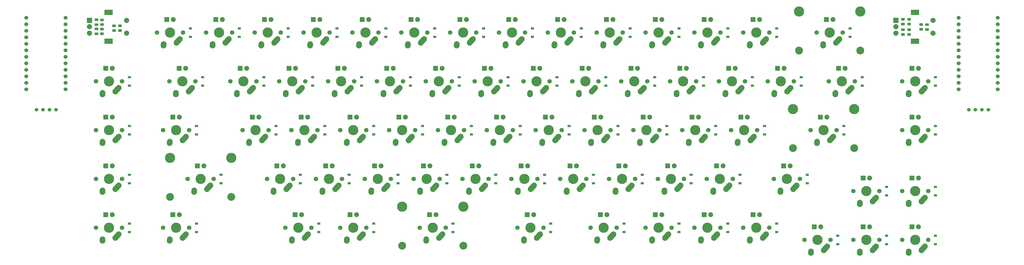
<source format=gbr>
%TF.GenerationSoftware,KiCad,Pcbnew,(5.1.9)-1*%
%TF.CreationDate,2021-03-13T21:00:17-08:00*%
%TF.ProjectId,USKB Final,55534b42-2046-4696-9e61-6c2e6b696361,rev?*%
%TF.SameCoordinates,Original*%
%TF.FileFunction,Soldermask,Bot*%
%TF.FilePolarity,Negative*%
%FSLAX46Y46*%
G04 Gerber Fmt 4.6, Leading zero omitted, Abs format (unit mm)*
G04 Created by KiCad (PCBNEW (5.1.9)-1) date 2021-03-13 21:00:17*
%MOMM*%
%LPD*%
G01*
G04 APERTURE LIST*
%ADD10C,3.987800*%
%ADD11C,3.048000*%
%ADD12C,1.750000*%
%ADD13R,1.905000X1.905000*%
%ADD14C,1.905000*%
%ADD15C,2.250000*%
%ADD16C,1.524000*%
%ADD17C,1.397000*%
%ADD18R,2.000000X2.000000*%
%ADD19C,2.000000*%
%ADD20R,3.200000X2.000000*%
%ADD21R,1.200000X0.900000*%
G04 APERTURE END LIST*
D10*
%TO.C,K_Space_2*%
X166655750Y-104457500D03*
X190531750Y-104457500D03*
D11*
X166655750Y-119697500D03*
X190531750Y-119697500D03*
D12*
X173513750Y-112712500D03*
X183673750Y-112712500D03*
D13*
X177323750Y-107632500D03*
D14*
X179863750Y-107632500D03*
D15*
X181093750Y-116712500D03*
D10*
X178593750Y-112712500D03*
G36*
G01*
X183156522Y-114416462D02*
X183155067Y-114415155D01*
G75*
G02*
X183241095Y-116003817I-751317J-837345D01*
G01*
X181931093Y-117463817D01*
G75*
G02*
X180342431Y-117549845I-837345J751317D01*
G01*
X180342431Y-117549845D01*
G75*
G02*
X180256403Y-115961183I751317J837345D01*
G01*
X181566405Y-114501183D01*
G75*
G02*
X183155067Y-114415155I837345J-751317D01*
G01*
G37*
D15*
X176053750Y-117792500D03*
G36*
G01*
X176172226Y-116090240D02*
X176171153Y-116090166D01*
G75*
G02*
X177216084Y-117289903I-77403J-1122334D01*
G01*
X177176084Y-117869903D01*
G75*
G02*
X175976347Y-118914834I-1122334J77403D01*
G01*
X175976347Y-118914834D01*
G75*
G02*
X174931416Y-117715097I77403J1122334D01*
G01*
X174971416Y-117135097D01*
G75*
G02*
X176171153Y-116090166I1122334J-77403D01*
G01*
G37*
%TD*%
D12*
%TO.C,K_Space_4*%
X240188750Y-112712500D03*
X250348750Y-112712500D03*
D13*
X243998750Y-107632500D03*
D14*
X246538750Y-107632500D03*
D15*
X247768750Y-116712500D03*
D10*
X245268750Y-112712500D03*
G36*
G01*
X249831522Y-114416462D02*
X249830067Y-114415155D01*
G75*
G02*
X249916095Y-116003817I-751317J-837345D01*
G01*
X248606093Y-117463817D01*
G75*
G02*
X247017431Y-117549845I-837345J751317D01*
G01*
X247017431Y-117549845D01*
G75*
G02*
X246931403Y-115961183I751317J837345D01*
G01*
X248241405Y-114501183D01*
G75*
G02*
X249830067Y-114415155I837345J-751317D01*
G01*
G37*
D15*
X242728750Y-117792500D03*
G36*
G01*
X242847226Y-116090240D02*
X242846153Y-116090166D01*
G75*
G02*
X243891084Y-117289903I-77403J-1122334D01*
G01*
X243851084Y-117869903D01*
G75*
G02*
X242651347Y-118914834I-1122334J77403D01*
G01*
X242651347Y-118914834D01*
G75*
G02*
X241606416Y-117715097I77403J1122334D01*
G01*
X241646416Y-117135097D01*
G75*
G02*
X242846153Y-116090166I1122334J-77403D01*
G01*
G37*
%TD*%
D12*
%TO.C,K_Space_3*%
X211613750Y-112712500D03*
X221773750Y-112712500D03*
D13*
X215423750Y-107632500D03*
D14*
X217963750Y-107632500D03*
D15*
X219193750Y-116712500D03*
D10*
X216693750Y-112712500D03*
G36*
G01*
X221256522Y-114416462D02*
X221255067Y-114415155D01*
G75*
G02*
X221341095Y-116003817I-751317J-837345D01*
G01*
X220031093Y-117463817D01*
G75*
G02*
X218442431Y-117549845I-837345J751317D01*
G01*
X218442431Y-117549845D01*
G75*
G02*
X218356403Y-115961183I751317J837345D01*
G01*
X219666405Y-114501183D01*
G75*
G02*
X221255067Y-114415155I837345J-751317D01*
G01*
G37*
D15*
X214153750Y-117792500D03*
G36*
G01*
X214272226Y-116090240D02*
X214271153Y-116090166D01*
G75*
G02*
X215316084Y-117289903I-77403J-1122334D01*
G01*
X215276084Y-117869903D01*
G75*
G02*
X214076347Y-118914834I-1122334J77403D01*
G01*
X214076347Y-118914834D01*
G75*
G02*
X213031416Y-117715097I77403J1122334D01*
G01*
X213071416Y-117135097D01*
G75*
G02*
X214271153Y-116090166I1122334J-77403D01*
G01*
G37*
%TD*%
D12*
%TO.C,K_Space1*%
X142557500Y-112712500D03*
X152717500Y-112712500D03*
D13*
X146367500Y-107632500D03*
D14*
X148907500Y-107632500D03*
D15*
X150137500Y-116712500D03*
D10*
X147637500Y-112712500D03*
G36*
G01*
X152200272Y-114416462D02*
X152198817Y-114415155D01*
G75*
G02*
X152284845Y-116003817I-751317J-837345D01*
G01*
X150974843Y-117463817D01*
G75*
G02*
X149386181Y-117549845I-837345J751317D01*
G01*
X149386181Y-117549845D01*
G75*
G02*
X149300153Y-115961183I751317J837345D01*
G01*
X150610155Y-114501183D01*
G75*
G02*
X152198817Y-114415155I837345J-751317D01*
G01*
G37*
D15*
X145097500Y-117792500D03*
G36*
G01*
X145215976Y-116090240D02*
X145214903Y-116090166D01*
G75*
G02*
X146259834Y-117289903I-77403J-1122334D01*
G01*
X146219834Y-117869903D01*
G75*
G02*
X145020097Y-118914834I-1122334J77403D01*
G01*
X145020097Y-118914834D01*
G75*
G02*
X143975166Y-117715097I77403J1122334D01*
G01*
X144015166Y-117135097D01*
G75*
G02*
X145214903Y-116090166I1122334J-77403D01*
G01*
G37*
%TD*%
D16*
%TO.C,U1*%
X383710150Y-30765750D03*
X383710150Y-33305750D03*
X383710150Y-35845750D03*
X383710150Y-38385750D03*
X383710150Y-40925750D03*
X383710150Y-43465750D03*
X383710150Y-46005750D03*
X383710150Y-48545750D03*
X383710150Y-51085750D03*
X383710150Y-53625750D03*
X383710150Y-56165750D03*
X383710150Y-58705750D03*
X398930150Y-58705750D03*
X398930150Y-56165750D03*
X398930150Y-53625750D03*
X398930150Y-51085750D03*
X398930150Y-48545750D03*
X398930150Y-46005750D03*
X398930150Y-43465750D03*
X398930150Y-40925750D03*
X398930150Y-38385750D03*
X398930150Y-35845750D03*
X398930150Y-33305750D03*
X398930150Y-30765750D03*
%TD*%
%TO.C,L_U1*%
X35412650Y-30765750D03*
X35412650Y-33305750D03*
X35412650Y-35845750D03*
X35412650Y-38385750D03*
X35412650Y-40925750D03*
X35412650Y-43465750D03*
X35412650Y-46005750D03*
X35412650Y-48545750D03*
X35412650Y-51085750D03*
X35412650Y-53625750D03*
X35412650Y-56165750D03*
X35412650Y-58705750D03*
X20152650Y-58705750D03*
X20152650Y-56165750D03*
X20152650Y-53625750D03*
X20152650Y-51085750D03*
X20152650Y-48545750D03*
X20152650Y-46005750D03*
X20152650Y-43465750D03*
X20152650Y-40925750D03*
X20152650Y-38385750D03*
X20152650Y-35845750D03*
X20152650Y-33305750D03*
X20152650Y-30765750D03*
%TD*%
D12*
%TO.C,K_Caps1*%
X73501250Y-74612500D03*
X83661250Y-74612500D03*
D13*
X77311250Y-69532500D03*
D14*
X79851250Y-69532500D03*
D15*
X81081250Y-78612500D03*
D10*
X78581250Y-74612500D03*
G36*
G01*
X83144022Y-76316462D02*
X83142567Y-76315155D01*
G75*
G02*
X83228595Y-77903817I-751317J-837345D01*
G01*
X81918593Y-79363817D01*
G75*
G02*
X80329931Y-79449845I-837345J751317D01*
G01*
X80329931Y-79449845D01*
G75*
G02*
X80243903Y-77861183I751317J837345D01*
G01*
X81553905Y-76401183D01*
G75*
G02*
X83142567Y-76315155I837345J-751317D01*
G01*
G37*
D15*
X76041250Y-79692500D03*
G36*
G01*
X76159726Y-77990240D02*
X76158653Y-77990166D01*
G75*
G02*
X77203584Y-79189903I-77403J-1122334D01*
G01*
X77163584Y-79769903D01*
G75*
G02*
X75963847Y-80814834I-1122334J77403D01*
G01*
X75963847Y-80814834D01*
G75*
G02*
X74918916Y-79615097I77403J1122334D01*
G01*
X74958916Y-79035097D01*
G75*
G02*
X76158653Y-77990166I1122334J-77403D01*
G01*
G37*
%TD*%
D12*
%TO.C,K_Shift2*%
X311626250Y-93662500D03*
X321786250Y-93662500D03*
D13*
X315436250Y-88582500D03*
D14*
X317976250Y-88582500D03*
D15*
X319206250Y-97662500D03*
D10*
X316706250Y-93662500D03*
G36*
G01*
X321269022Y-95366462D02*
X321267567Y-95365155D01*
G75*
G02*
X321353595Y-96953817I-751317J-837345D01*
G01*
X320043593Y-98413817D01*
G75*
G02*
X318454931Y-98499845I-837345J751317D01*
G01*
X318454931Y-98499845D01*
G75*
G02*
X318368903Y-96911183I751317J837345D01*
G01*
X319678905Y-95451183D01*
G75*
G02*
X321267567Y-95365155I837345J-751317D01*
G01*
G37*
D15*
X314166250Y-98742500D03*
G36*
G01*
X314284726Y-97040240D02*
X314283653Y-97040166D01*
G75*
G02*
X315328584Y-98239903I-77403J-1122334D01*
G01*
X315288584Y-98819903D01*
G75*
G02*
X314088847Y-99864834I-1122334J77403D01*
G01*
X314088847Y-99864834D01*
G75*
G02*
X313043916Y-98665097I77403J1122334D01*
G01*
X313083916Y-98085097D01*
G75*
G02*
X314283653Y-97040166I1122334J-77403D01*
G01*
G37*
%TD*%
%TO.C,R6*%
G36*
G01*
X53905998Y-35198000D02*
X54806002Y-35198000D01*
G75*
G02*
X55056000Y-35447998I0J-249998D01*
G01*
X55056000Y-35973002D01*
G75*
G02*
X54806002Y-36223000I-249998J0D01*
G01*
X53905998Y-36223000D01*
G75*
G02*
X53656000Y-35973002I0J249998D01*
G01*
X53656000Y-35447998D01*
G75*
G02*
X53905998Y-35198000I249998J0D01*
G01*
G37*
G36*
G01*
X53905998Y-33373000D02*
X54806002Y-33373000D01*
G75*
G02*
X55056000Y-33622998I0J-249998D01*
G01*
X55056000Y-34148002D01*
G75*
G02*
X54806002Y-34398000I-249998J0D01*
G01*
X53905998Y-34398000D01*
G75*
G02*
X53656000Y-34148002I0J249998D01*
G01*
X53656000Y-33622998D01*
G75*
G02*
X53905998Y-33373000I249998J0D01*
G01*
G37*
%TD*%
%TO.C,R5*%
G36*
G01*
X50101922Y-35662920D02*
X49201918Y-35662920D01*
G75*
G02*
X48951920Y-35412922I0J249998D01*
G01*
X48951920Y-34887918D01*
G75*
G02*
X49201918Y-34637920I249998J0D01*
G01*
X50101922Y-34637920D01*
G75*
G02*
X50351920Y-34887918I0J-249998D01*
G01*
X50351920Y-35412922D01*
G75*
G02*
X50101922Y-35662920I-249998J0D01*
G01*
G37*
G36*
G01*
X50101922Y-37487920D02*
X49201918Y-37487920D01*
G75*
G02*
X48951920Y-37237922I0J249998D01*
G01*
X48951920Y-36712918D01*
G75*
G02*
X49201918Y-36462920I249998J0D01*
G01*
X50101922Y-36462920D01*
G75*
G02*
X50351920Y-36712918I0J-249998D01*
G01*
X50351920Y-37237922D01*
G75*
G02*
X50101922Y-37487920I-249998J0D01*
G01*
G37*
%TD*%
%TO.C,R4*%
G36*
G01*
X49201918Y-32886600D02*
X50101922Y-32886600D01*
G75*
G02*
X50351920Y-33136598I0J-249998D01*
G01*
X50351920Y-33661602D01*
G75*
G02*
X50101922Y-33911600I-249998J0D01*
G01*
X49201918Y-33911600D01*
G75*
G02*
X48951920Y-33661602I0J249998D01*
G01*
X48951920Y-33136598D01*
G75*
G02*
X49201918Y-32886600I249998J0D01*
G01*
G37*
G36*
G01*
X49201918Y-31061600D02*
X50101922Y-31061600D01*
G75*
G02*
X50351920Y-31311598I0J-249998D01*
G01*
X50351920Y-31836602D01*
G75*
G02*
X50101922Y-32086600I-249998J0D01*
G01*
X49201918Y-32086600D01*
G75*
G02*
X48951920Y-31836602I0J249998D01*
G01*
X48951920Y-31311598D01*
G75*
G02*
X49201918Y-31061600I249998J0D01*
G01*
G37*
%TD*%
%TO.C,R3*%
G36*
G01*
X368611998Y-34713500D02*
X369512002Y-34713500D01*
G75*
G02*
X369762000Y-34963498I0J-249998D01*
G01*
X369762000Y-35488502D01*
G75*
G02*
X369512002Y-35738500I-249998J0D01*
G01*
X368611998Y-35738500D01*
G75*
G02*
X368362000Y-35488502I0J249998D01*
G01*
X368362000Y-34963498D01*
G75*
G02*
X368611998Y-34713500I249998J0D01*
G01*
G37*
G36*
G01*
X368611998Y-32888500D02*
X369512002Y-32888500D01*
G75*
G02*
X369762000Y-33138498I0J-249998D01*
G01*
X369762000Y-33663502D01*
G75*
G02*
X369512002Y-33913500I-249998J0D01*
G01*
X368611998Y-33913500D01*
G75*
G02*
X368362000Y-33663502I0J249998D01*
G01*
X368362000Y-33138498D01*
G75*
G02*
X368611998Y-32888500I249998J0D01*
G01*
G37*
%TD*%
%TO.C,R2*%
G36*
G01*
X364813002Y-35922000D02*
X363912998Y-35922000D01*
G75*
G02*
X363663000Y-35672002I0J249998D01*
G01*
X363663000Y-35146998D01*
G75*
G02*
X363912998Y-34897000I249998J0D01*
G01*
X364813002Y-34897000D01*
G75*
G02*
X365063000Y-35146998I0J-249998D01*
G01*
X365063000Y-35672002D01*
G75*
G02*
X364813002Y-35922000I-249998J0D01*
G01*
G37*
G36*
G01*
X364813002Y-37747000D02*
X363912998Y-37747000D01*
G75*
G02*
X363663000Y-37497002I0J249998D01*
G01*
X363663000Y-36971998D01*
G75*
G02*
X363912998Y-36722000I249998J0D01*
G01*
X364813002Y-36722000D01*
G75*
G02*
X365063000Y-36971998I0J-249998D01*
G01*
X365063000Y-37497002D01*
G75*
G02*
X364813002Y-37747000I-249998J0D01*
G01*
G37*
%TD*%
%TO.C,R1*%
G36*
G01*
X363912998Y-32658000D02*
X364813002Y-32658000D01*
G75*
G02*
X365063000Y-32907998I0J-249998D01*
G01*
X365063000Y-33433002D01*
G75*
G02*
X364813002Y-33683000I-249998J0D01*
G01*
X363912998Y-33683000D01*
G75*
G02*
X363663000Y-33433002I0J249998D01*
G01*
X363663000Y-32907998D01*
G75*
G02*
X363912998Y-32658000I249998J0D01*
G01*
G37*
G36*
G01*
X363912998Y-30833000D02*
X364813002Y-30833000D01*
G75*
G02*
X365063000Y-31082998I0J-249998D01*
G01*
X365063000Y-31608002D01*
G75*
G02*
X364813002Y-31858000I-249998J0D01*
G01*
X363912998Y-31858000D01*
G75*
G02*
X363663000Y-31608002I0J249998D01*
G01*
X363663000Y-31082998D01*
G75*
G02*
X363912998Y-30833000I249998J0D01*
G01*
G37*
%TD*%
D17*
%TO.C,OL1*%
X387667500Y-66675000D03*
X390207500Y-66675000D03*
X392747500Y-66675000D03*
X395287500Y-66675000D03*
%TD*%
%TO.C,L_OL1*%
X24130000Y-66675000D03*
X26670000Y-66675000D03*
X29210000Y-66675000D03*
X31750000Y-66675000D03*
%TD*%
D18*
%TO.C,L_ENC1*%
X44735750Y-31750000D03*
D19*
X44735750Y-34250000D03*
X44735750Y-36750000D03*
D20*
X52235750Y-28650000D03*
X52235750Y-39850000D03*
D19*
X59235750Y-31750000D03*
X59235750Y-36750000D03*
%TD*%
D12*
%TO.C,K_Z1*%
X113982500Y-93662500D03*
X124142500Y-93662500D03*
D13*
X117792500Y-88582500D03*
D14*
X120332500Y-88582500D03*
D15*
X121562500Y-97662500D03*
D10*
X119062500Y-93662500D03*
G36*
G01*
X123625272Y-95366462D02*
X123623817Y-95365155D01*
G75*
G02*
X123709845Y-96953817I-751317J-837345D01*
G01*
X122399843Y-98413817D01*
G75*
G02*
X120811181Y-98499845I-837345J751317D01*
G01*
X120811181Y-98499845D01*
G75*
G02*
X120725153Y-96911183I751317J837345D01*
G01*
X122035155Y-95451183D01*
G75*
G02*
X123623817Y-95365155I837345J-751317D01*
G01*
G37*
D15*
X116522500Y-98742500D03*
G36*
G01*
X116640976Y-97040240D02*
X116639903Y-97040166D01*
G75*
G02*
X117684834Y-98239903I-77403J-1122334D01*
G01*
X117644834Y-98819903D01*
G75*
G02*
X116445097Y-99864834I-1122334J77403D01*
G01*
X116445097Y-99864834D01*
G75*
G02*
X115400166Y-98665097I77403J1122334D01*
G01*
X115440166Y-98085097D01*
G75*
G02*
X116639903Y-97040166I1122334J-77403D01*
G01*
G37*
%TD*%
D12*
%TO.C,K_Y1*%
X194945000Y-55562500D03*
X205105000Y-55562500D03*
D13*
X198755000Y-50482500D03*
D14*
X201295000Y-50482500D03*
D15*
X202525000Y-59562500D03*
D10*
X200025000Y-55562500D03*
G36*
G01*
X204587772Y-57266462D02*
X204586317Y-57265155D01*
G75*
G02*
X204672345Y-58853817I-751317J-837345D01*
G01*
X203362343Y-60313817D01*
G75*
G02*
X201773681Y-60399845I-837345J751317D01*
G01*
X201773681Y-60399845D01*
G75*
G02*
X201687653Y-58811183I751317J837345D01*
G01*
X202997655Y-57351183D01*
G75*
G02*
X204586317Y-57265155I837345J-751317D01*
G01*
G37*
D15*
X197485000Y-60642500D03*
G36*
G01*
X197603476Y-58940240D02*
X197602403Y-58940166D01*
G75*
G02*
X198647334Y-60139903I-77403J-1122334D01*
G01*
X198607334Y-60719903D01*
G75*
G02*
X197407597Y-61764834I-1122334J77403D01*
G01*
X197407597Y-61764834D01*
G75*
G02*
X196362666Y-60565097I77403J1122334D01*
G01*
X196402666Y-59985097D01*
G75*
G02*
X197602403Y-58940166I1122334J-77403D01*
G01*
G37*
%TD*%
D12*
%TO.C,K_X1*%
X133032500Y-93662500D03*
X143192500Y-93662500D03*
D13*
X136842500Y-88582500D03*
D14*
X139382500Y-88582500D03*
D15*
X140612500Y-97662500D03*
D10*
X138112500Y-93662500D03*
G36*
G01*
X142675272Y-95366462D02*
X142673817Y-95365155D01*
G75*
G02*
X142759845Y-96953817I-751317J-837345D01*
G01*
X141449843Y-98413817D01*
G75*
G02*
X139861181Y-98499845I-837345J751317D01*
G01*
X139861181Y-98499845D01*
G75*
G02*
X139775153Y-96911183I751317J837345D01*
G01*
X141085155Y-95451183D01*
G75*
G02*
X142673817Y-95365155I837345J-751317D01*
G01*
G37*
D15*
X135572500Y-98742500D03*
G36*
G01*
X135690976Y-97040240D02*
X135689903Y-97040166D01*
G75*
G02*
X136734834Y-98239903I-77403J-1122334D01*
G01*
X136694834Y-98819903D01*
G75*
G02*
X135495097Y-99864834I-1122334J77403D01*
G01*
X135495097Y-99864834D01*
G75*
G02*
X134450166Y-98665097I77403J1122334D01*
G01*
X134490166Y-98085097D01*
G75*
G02*
X135689903Y-97040166I1122334J-77403D01*
G01*
G37*
%TD*%
D12*
%TO.C,K_Win1*%
X361632500Y-98425000D03*
X371792500Y-98425000D03*
D13*
X365442500Y-93345000D03*
D14*
X367982500Y-93345000D03*
D15*
X369212500Y-102425000D03*
D10*
X366712500Y-98425000D03*
G36*
G01*
X371275272Y-100128962D02*
X371273817Y-100127655D01*
G75*
G02*
X371359845Y-101716317I-751317J-837345D01*
G01*
X370049843Y-103176317D01*
G75*
G02*
X368461181Y-103262345I-837345J751317D01*
G01*
X368461181Y-103262345D01*
G75*
G02*
X368375153Y-101673683I751317J837345D01*
G01*
X369685155Y-100213683D01*
G75*
G02*
X371273817Y-100127655I837345J-751317D01*
G01*
G37*
D15*
X364172500Y-103505000D03*
G36*
G01*
X364290976Y-101802740D02*
X364289903Y-101802666D01*
G75*
G02*
X365334834Y-103002403I-77403J-1122334D01*
G01*
X365294834Y-103582403D01*
G75*
G02*
X364095097Y-104627334I-1122334J77403D01*
G01*
X364095097Y-104627334D01*
G75*
G02*
X363050166Y-103427597I77403J1122334D01*
G01*
X363090166Y-102847597D01*
G75*
G02*
X364289903Y-101802666I1122334J-77403D01*
G01*
G37*
%TD*%
D12*
%TO.C,K_W1*%
X118745000Y-55562500D03*
X128905000Y-55562500D03*
D13*
X122555000Y-50482500D03*
D14*
X125095000Y-50482500D03*
D15*
X126325000Y-59562500D03*
D10*
X123825000Y-55562500D03*
G36*
G01*
X128387772Y-57266462D02*
X128386317Y-57265155D01*
G75*
G02*
X128472345Y-58853817I-751317J-837345D01*
G01*
X127162343Y-60313817D01*
G75*
G02*
X125573681Y-60399845I-837345J751317D01*
G01*
X125573681Y-60399845D01*
G75*
G02*
X125487653Y-58811183I751317J837345D01*
G01*
X126797655Y-57351183D01*
G75*
G02*
X128386317Y-57265155I837345J-751317D01*
G01*
G37*
D15*
X121285000Y-60642500D03*
G36*
G01*
X121403476Y-58940240D02*
X121402403Y-58940166D01*
G75*
G02*
X122447334Y-60139903I-77403J-1122334D01*
G01*
X122407334Y-60719903D01*
G75*
G02*
X121207597Y-61764834I-1122334J77403D01*
G01*
X121207597Y-61764834D01*
G75*
G02*
X120162666Y-60565097I77403J1122334D01*
G01*
X120202666Y-59985097D01*
G75*
G02*
X121402403Y-58940166I1122334J-77403D01*
G01*
G37*
%TD*%
D12*
%TO.C,K_V1*%
X171132500Y-93662500D03*
X181292500Y-93662500D03*
D13*
X174942500Y-88582500D03*
D14*
X177482500Y-88582500D03*
D15*
X178712500Y-97662500D03*
D10*
X176212500Y-93662500D03*
G36*
G01*
X180775272Y-95366462D02*
X180773817Y-95365155D01*
G75*
G02*
X180859845Y-96953817I-751317J-837345D01*
G01*
X179549843Y-98413817D01*
G75*
G02*
X177961181Y-98499845I-837345J751317D01*
G01*
X177961181Y-98499845D01*
G75*
G02*
X177875153Y-96911183I751317J837345D01*
G01*
X179185155Y-95451183D01*
G75*
G02*
X180773817Y-95365155I837345J-751317D01*
G01*
G37*
D15*
X173672500Y-98742500D03*
G36*
G01*
X173790976Y-97040240D02*
X173789903Y-97040166D01*
G75*
G02*
X174834834Y-98239903I-77403J-1122334D01*
G01*
X174794834Y-98819903D01*
G75*
G02*
X173595097Y-99864834I-1122334J77403D01*
G01*
X173595097Y-99864834D01*
G75*
G02*
X172550166Y-98665097I77403J1122334D01*
G01*
X172590166Y-98085097D01*
G75*
G02*
X173789903Y-97040166I1122334J-77403D01*
G01*
G37*
%TD*%
D12*
%TO.C,K_UArrow1*%
X342582500Y-98425000D03*
X352742500Y-98425000D03*
D13*
X346392500Y-93345000D03*
D14*
X348932500Y-93345000D03*
D15*
X350162500Y-102425000D03*
D10*
X347662500Y-98425000D03*
G36*
G01*
X352225272Y-100128962D02*
X352223817Y-100127655D01*
G75*
G02*
X352309845Y-101716317I-751317J-837345D01*
G01*
X350999843Y-103176317D01*
G75*
G02*
X349411181Y-103262345I-837345J751317D01*
G01*
X349411181Y-103262345D01*
G75*
G02*
X349325153Y-101673683I751317J837345D01*
G01*
X350635155Y-100213683D01*
G75*
G02*
X352223817Y-100127655I837345J-751317D01*
G01*
G37*
D15*
X345122500Y-103505000D03*
G36*
G01*
X345240976Y-101802740D02*
X345239903Y-101802666D01*
G75*
G02*
X346284834Y-103002403I-77403J-1122334D01*
G01*
X346244834Y-103582403D01*
G75*
G02*
X345045097Y-104627334I-1122334J77403D01*
G01*
X345045097Y-104627334D01*
G75*
G02*
X344000166Y-103427597I77403J1122334D01*
G01*
X344040166Y-102847597D01*
G75*
G02*
X345239903Y-101802666I1122334J-77403D01*
G01*
G37*
%TD*%
D12*
%TO.C,K_U1*%
X213995000Y-55562500D03*
X224155000Y-55562500D03*
D13*
X217805000Y-50482500D03*
D14*
X220345000Y-50482500D03*
D15*
X221575000Y-59562500D03*
D10*
X219075000Y-55562500D03*
G36*
G01*
X223637772Y-57266462D02*
X223636317Y-57265155D01*
G75*
G02*
X223722345Y-58853817I-751317J-837345D01*
G01*
X222412343Y-60313817D01*
G75*
G02*
X220823681Y-60399845I-837345J751317D01*
G01*
X220823681Y-60399845D01*
G75*
G02*
X220737653Y-58811183I751317J837345D01*
G01*
X222047655Y-57351183D01*
G75*
G02*
X223636317Y-57265155I837345J-751317D01*
G01*
G37*
D15*
X216535000Y-60642500D03*
G36*
G01*
X216653476Y-58940240D02*
X216652403Y-58940166D01*
G75*
G02*
X217697334Y-60139903I-77403J-1122334D01*
G01*
X217657334Y-60719903D01*
G75*
G02*
X216457597Y-61764834I-1122334J77403D01*
G01*
X216457597Y-61764834D01*
G75*
G02*
X215412666Y-60565097I77403J1122334D01*
G01*
X215452666Y-59985097D01*
G75*
G02*
X216652403Y-58940166I1122334J-77403D01*
G01*
G37*
%TD*%
D12*
%TO.C,K_Tab1*%
X75882500Y-55562500D03*
X86042500Y-55562500D03*
D13*
X79692500Y-50482500D03*
D14*
X82232500Y-50482500D03*
D15*
X83462500Y-59562500D03*
D10*
X80962500Y-55562500D03*
G36*
G01*
X85525272Y-57266462D02*
X85523817Y-57265155D01*
G75*
G02*
X85609845Y-58853817I-751317J-837345D01*
G01*
X84299843Y-60313817D01*
G75*
G02*
X82711181Y-60399845I-837345J751317D01*
G01*
X82711181Y-60399845D01*
G75*
G02*
X82625153Y-58811183I751317J837345D01*
G01*
X83935155Y-57351183D01*
G75*
G02*
X85523817Y-57265155I837345J-751317D01*
G01*
G37*
D15*
X78422500Y-60642500D03*
G36*
G01*
X78540976Y-58940240D02*
X78539903Y-58940166D01*
G75*
G02*
X79584834Y-60139903I-77403J-1122334D01*
G01*
X79544834Y-60719903D01*
G75*
G02*
X78345097Y-61764834I-1122334J77403D01*
G01*
X78345097Y-61764834D01*
G75*
G02*
X77300166Y-60565097I77403J1122334D01*
G01*
X77340166Y-59985097D01*
G75*
G02*
X78539903Y-58940166I1122334J-77403D01*
G01*
G37*
%TD*%
D12*
%TO.C,K_T1*%
X175895000Y-55562500D03*
X186055000Y-55562500D03*
D13*
X179705000Y-50482500D03*
D14*
X182245000Y-50482500D03*
D15*
X183475000Y-59562500D03*
D10*
X180975000Y-55562500D03*
G36*
G01*
X185537772Y-57266462D02*
X185536317Y-57265155D01*
G75*
G02*
X185622345Y-58853817I-751317J-837345D01*
G01*
X184312343Y-60313817D01*
G75*
G02*
X182723681Y-60399845I-837345J751317D01*
G01*
X182723681Y-60399845D01*
G75*
G02*
X182637653Y-58811183I751317J837345D01*
G01*
X183947655Y-57351183D01*
G75*
G02*
X185536317Y-57265155I837345J-751317D01*
G01*
G37*
D15*
X178435000Y-60642500D03*
G36*
G01*
X178553476Y-58940240D02*
X178552403Y-58940166D01*
G75*
G02*
X179597334Y-60139903I-77403J-1122334D01*
G01*
X179557334Y-60719903D01*
G75*
G02*
X178357597Y-61764834I-1122334J77403D01*
G01*
X178357597Y-61764834D01*
G75*
G02*
X177312666Y-60565097I77403J1122334D01*
G01*
X177352666Y-59985097D01*
G75*
G02*
X178552403Y-58940166I1122334J-77403D01*
G01*
G37*
%TD*%
D12*
%TO.C,K_Slash1*%
X285432500Y-93662500D03*
X295592500Y-93662500D03*
D13*
X289242500Y-88582500D03*
D14*
X291782500Y-88582500D03*
D15*
X293012500Y-97662500D03*
D10*
X290512500Y-93662500D03*
G36*
G01*
X295075272Y-95366462D02*
X295073817Y-95365155D01*
G75*
G02*
X295159845Y-96953817I-751317J-837345D01*
G01*
X293849843Y-98413817D01*
G75*
G02*
X292261181Y-98499845I-837345J751317D01*
G01*
X292261181Y-98499845D01*
G75*
G02*
X292175153Y-96911183I751317J837345D01*
G01*
X293485155Y-95451183D01*
G75*
G02*
X295073817Y-95365155I837345J-751317D01*
G01*
G37*
D15*
X287972500Y-98742500D03*
G36*
G01*
X288090976Y-97040240D02*
X288089903Y-97040166D01*
G75*
G02*
X289134834Y-98239903I-77403J-1122334D01*
G01*
X289094834Y-98819903D01*
G75*
G02*
X287895097Y-99864834I-1122334J77403D01*
G01*
X287895097Y-99864834D01*
G75*
G02*
X286850166Y-98665097I77403J1122334D01*
G01*
X286890166Y-98085097D01*
G75*
G02*
X288089903Y-97040166I1122334J-77403D01*
G01*
G37*
%TD*%
D10*
%TO.C,K_Shift1*%
X76168250Y-85407500D03*
X100044250Y-85407500D03*
D11*
X76168250Y-100647500D03*
X100044250Y-100647500D03*
D12*
X83026250Y-93662500D03*
X93186250Y-93662500D03*
D13*
X86836250Y-88582500D03*
D14*
X89376250Y-88582500D03*
D15*
X90606250Y-97662500D03*
D10*
X88106250Y-93662500D03*
G36*
G01*
X92669022Y-95366462D02*
X92667567Y-95365155D01*
G75*
G02*
X92753595Y-96953817I-751317J-837345D01*
G01*
X91443593Y-98413817D01*
G75*
G02*
X89854931Y-98499845I-837345J751317D01*
G01*
X89854931Y-98499845D01*
G75*
G02*
X89768903Y-96911183I751317J837345D01*
G01*
X91078905Y-95451183D01*
G75*
G02*
X92667567Y-95365155I837345J-751317D01*
G01*
G37*
D15*
X85566250Y-98742500D03*
G36*
G01*
X85684726Y-97040240D02*
X85683653Y-97040166D01*
G75*
G02*
X86728584Y-98239903I-77403J-1122334D01*
G01*
X86688584Y-98819903D01*
G75*
G02*
X85488847Y-99864834I-1122334J77403D01*
G01*
X85488847Y-99864834D01*
G75*
G02*
X84443916Y-98665097I77403J1122334D01*
G01*
X84483916Y-98085097D01*
G75*
G02*
X85683653Y-97040166I1122334J-77403D01*
G01*
G37*
%TD*%
D12*
%TO.C,K_S1*%
X123507500Y-74612500D03*
X133667500Y-74612500D03*
D13*
X127317500Y-69532500D03*
D14*
X129857500Y-69532500D03*
D15*
X131087500Y-78612500D03*
D10*
X128587500Y-74612500D03*
G36*
G01*
X133150272Y-76316462D02*
X133148817Y-76315155D01*
G75*
G02*
X133234845Y-77903817I-751317J-837345D01*
G01*
X131924843Y-79363817D01*
G75*
G02*
X130336181Y-79449845I-837345J751317D01*
G01*
X130336181Y-79449845D01*
G75*
G02*
X130250153Y-77861183I751317J837345D01*
G01*
X131560155Y-76401183D01*
G75*
G02*
X133148817Y-76315155I837345J-751317D01*
G01*
G37*
D15*
X126047500Y-79692500D03*
G36*
G01*
X126165976Y-77990240D02*
X126164903Y-77990166D01*
G75*
G02*
X127209834Y-79189903I-77403J-1122334D01*
G01*
X127169834Y-79769903D01*
G75*
G02*
X125970097Y-80814834I-1122334J77403D01*
G01*
X125970097Y-80814834D01*
G75*
G02*
X124925166Y-79615097I77403J1122334D01*
G01*
X124965166Y-79035097D01*
G75*
G02*
X126164903Y-77990166I1122334J-77403D01*
G01*
G37*
%TD*%
D12*
%TO.C,K_RThan1*%
X266382500Y-93662500D03*
X276542500Y-93662500D03*
D13*
X270192500Y-88582500D03*
D14*
X272732500Y-88582500D03*
D15*
X273962500Y-97662500D03*
D10*
X271462500Y-93662500D03*
G36*
G01*
X276025272Y-95366462D02*
X276023817Y-95365155D01*
G75*
G02*
X276109845Y-96953817I-751317J-837345D01*
G01*
X274799843Y-98413817D01*
G75*
G02*
X273211181Y-98499845I-837345J751317D01*
G01*
X273211181Y-98499845D01*
G75*
G02*
X273125153Y-96911183I751317J837345D01*
G01*
X274435155Y-95451183D01*
G75*
G02*
X276023817Y-95365155I837345J-751317D01*
G01*
G37*
D15*
X268922500Y-98742500D03*
G36*
G01*
X269040976Y-97040240D02*
X269039903Y-97040166D01*
G75*
G02*
X270084834Y-98239903I-77403J-1122334D01*
G01*
X270044834Y-98819903D01*
G75*
G02*
X268845097Y-99864834I-1122334J77403D01*
G01*
X268845097Y-99864834D01*
G75*
G02*
X267800166Y-98665097I77403J1122334D01*
G01*
X267840166Y-98085097D01*
G75*
G02*
X269039903Y-97040166I1122334J-77403D01*
G01*
G37*
%TD*%
D12*
%TO.C,K_RBrace1*%
X309245000Y-55562500D03*
X319405000Y-55562500D03*
D13*
X313055000Y-50482500D03*
D14*
X315595000Y-50482500D03*
D15*
X316825000Y-59562500D03*
D10*
X314325000Y-55562500D03*
G36*
G01*
X318887772Y-57266462D02*
X318886317Y-57265155D01*
G75*
G02*
X318972345Y-58853817I-751317J-837345D01*
G01*
X317662343Y-60313817D01*
G75*
G02*
X316073681Y-60399845I-837345J751317D01*
G01*
X316073681Y-60399845D01*
G75*
G02*
X315987653Y-58811183I751317J837345D01*
G01*
X317297655Y-57351183D01*
G75*
G02*
X318886317Y-57265155I837345J-751317D01*
G01*
G37*
D15*
X311785000Y-60642500D03*
G36*
G01*
X311903476Y-58940240D02*
X311902403Y-58940166D01*
G75*
G02*
X312947334Y-60139903I-77403J-1122334D01*
G01*
X312907334Y-60719903D01*
G75*
G02*
X311707597Y-61764834I-1122334J77403D01*
G01*
X311707597Y-61764834D01*
G75*
G02*
X310662666Y-60565097I77403J1122334D01*
G01*
X310702666Y-59985097D01*
G75*
G02*
X311902403Y-58940166I1122334J-77403D01*
G01*
G37*
%TD*%
D12*
%TO.C,K_RArrow1*%
X361632500Y-117475000D03*
X371792500Y-117475000D03*
D13*
X365442500Y-112395000D03*
D14*
X367982500Y-112395000D03*
D15*
X369212500Y-121475000D03*
D10*
X366712500Y-117475000D03*
G36*
G01*
X371275272Y-119178962D02*
X371273817Y-119177655D01*
G75*
G02*
X371359845Y-120766317I-751317J-837345D01*
G01*
X370049843Y-122226317D01*
G75*
G02*
X368461181Y-122312345I-837345J751317D01*
G01*
X368461181Y-122312345D01*
G75*
G02*
X368375153Y-120723683I751317J837345D01*
G01*
X369685155Y-119263683D01*
G75*
G02*
X371273817Y-119177655I837345J-751317D01*
G01*
G37*
D15*
X364172500Y-122555000D03*
G36*
G01*
X364290976Y-120852740D02*
X364289903Y-120852666D01*
G75*
G02*
X365334834Y-122052403I-77403J-1122334D01*
G01*
X365294834Y-122632403D01*
G75*
G02*
X364095097Y-123677334I-1122334J77403D01*
G01*
X364095097Y-123677334D01*
G75*
G02*
X363050166Y-122477597I77403J1122334D01*
G01*
X363090166Y-121897597D01*
G75*
G02*
X364289903Y-120852666I1122334J-77403D01*
G01*
G37*
%TD*%
D12*
%TO.C,K_R1*%
X156845000Y-55562500D03*
X167005000Y-55562500D03*
D13*
X160655000Y-50482500D03*
D14*
X163195000Y-50482500D03*
D15*
X164425000Y-59562500D03*
D10*
X161925000Y-55562500D03*
G36*
G01*
X166487772Y-57266462D02*
X166486317Y-57265155D01*
G75*
G02*
X166572345Y-58853817I-751317J-837345D01*
G01*
X165262343Y-60313817D01*
G75*
G02*
X163673681Y-60399845I-837345J751317D01*
G01*
X163673681Y-60399845D01*
G75*
G02*
X163587653Y-58811183I751317J837345D01*
G01*
X164897655Y-57351183D01*
G75*
G02*
X166486317Y-57265155I837345J-751317D01*
G01*
G37*
D15*
X159385000Y-60642500D03*
G36*
G01*
X159503476Y-58940240D02*
X159502403Y-58940166D01*
G75*
G02*
X160547334Y-60139903I-77403J-1122334D01*
G01*
X160507334Y-60719903D01*
G75*
G02*
X159307597Y-61764834I-1122334J77403D01*
G01*
X159307597Y-61764834D01*
G75*
G02*
X158262666Y-60565097I77403J1122334D01*
G01*
X158302666Y-59985097D01*
G75*
G02*
X159502403Y-58940166I1122334J-77403D01*
G01*
G37*
%TD*%
D12*
%TO.C,K_Q1*%
X99695000Y-55562500D03*
X109855000Y-55562500D03*
D13*
X103505000Y-50482500D03*
D14*
X106045000Y-50482500D03*
D15*
X107275000Y-59562500D03*
D10*
X104775000Y-55562500D03*
G36*
G01*
X109337772Y-57266462D02*
X109336317Y-57265155D01*
G75*
G02*
X109422345Y-58853817I-751317J-837345D01*
G01*
X108112343Y-60313817D01*
G75*
G02*
X106523681Y-60399845I-837345J751317D01*
G01*
X106523681Y-60399845D01*
G75*
G02*
X106437653Y-58811183I751317J837345D01*
G01*
X107747655Y-57351183D01*
G75*
G02*
X109336317Y-57265155I837345J-751317D01*
G01*
G37*
D15*
X102235000Y-60642500D03*
G36*
G01*
X102353476Y-58940240D02*
X102352403Y-58940166D01*
G75*
G02*
X103397334Y-60139903I-77403J-1122334D01*
G01*
X103357334Y-60719903D01*
G75*
G02*
X102157597Y-61764834I-1122334J77403D01*
G01*
X102157597Y-61764834D01*
G75*
G02*
X101112666Y-60565097I77403J1122334D01*
G01*
X101152666Y-59985097D01*
G75*
G02*
X102352403Y-58940166I1122334J-77403D01*
G01*
G37*
%TD*%
D12*
%TO.C,K_Plus1*%
X299720000Y-36512500D03*
X309880000Y-36512500D03*
D13*
X303530000Y-31432500D03*
D14*
X306070000Y-31432500D03*
D15*
X307300000Y-40512500D03*
D10*
X304800000Y-36512500D03*
G36*
G01*
X309362772Y-38216462D02*
X309361317Y-38215155D01*
G75*
G02*
X309447345Y-39803817I-751317J-837345D01*
G01*
X308137343Y-41263817D01*
G75*
G02*
X306548681Y-41349845I-837345J751317D01*
G01*
X306548681Y-41349845D01*
G75*
G02*
X306462653Y-39761183I751317J837345D01*
G01*
X307772655Y-38301183D01*
G75*
G02*
X309361317Y-38215155I837345J-751317D01*
G01*
G37*
D15*
X302260000Y-41592500D03*
G36*
G01*
X302378476Y-39890240D02*
X302377403Y-39890166D01*
G75*
G02*
X303422334Y-41089903I-77403J-1122334D01*
G01*
X303382334Y-41669903D01*
G75*
G02*
X302182597Y-42714834I-1122334J77403D01*
G01*
X302182597Y-42714834D01*
G75*
G02*
X301137666Y-41515097I77403J1122334D01*
G01*
X301177666Y-40935097D01*
G75*
G02*
X302377403Y-39890166I1122334J-77403D01*
G01*
G37*
%TD*%
D12*
%TO.C,K_P1*%
X271145000Y-55562500D03*
X281305000Y-55562500D03*
D13*
X274955000Y-50482500D03*
D14*
X277495000Y-50482500D03*
D15*
X278725000Y-59562500D03*
D10*
X276225000Y-55562500D03*
G36*
G01*
X280787772Y-57266462D02*
X280786317Y-57265155D01*
G75*
G02*
X280872345Y-58853817I-751317J-837345D01*
G01*
X279562343Y-60313817D01*
G75*
G02*
X277973681Y-60399845I-837345J751317D01*
G01*
X277973681Y-60399845D01*
G75*
G02*
X277887653Y-58811183I751317J837345D01*
G01*
X279197655Y-57351183D01*
G75*
G02*
X280786317Y-57265155I837345J-751317D01*
G01*
G37*
D15*
X273685000Y-60642500D03*
G36*
G01*
X273803476Y-58940240D02*
X273802403Y-58940166D01*
G75*
G02*
X274847334Y-60139903I-77403J-1122334D01*
G01*
X274807334Y-60719903D01*
G75*
G02*
X273607597Y-61764834I-1122334J77403D01*
G01*
X273607597Y-61764834D01*
G75*
G02*
X272562666Y-60565097I77403J1122334D01*
G01*
X272602666Y-59985097D01*
G75*
G02*
X273802403Y-58940166I1122334J-77403D01*
G01*
G37*
%TD*%
D12*
%TO.C,K_O1*%
X252095000Y-55562500D03*
X262255000Y-55562500D03*
D13*
X255905000Y-50482500D03*
D14*
X258445000Y-50482500D03*
D15*
X259675000Y-59562500D03*
D10*
X257175000Y-55562500D03*
G36*
G01*
X261737772Y-57266462D02*
X261736317Y-57265155D01*
G75*
G02*
X261822345Y-58853817I-751317J-837345D01*
G01*
X260512343Y-60313817D01*
G75*
G02*
X258923681Y-60399845I-837345J751317D01*
G01*
X258923681Y-60399845D01*
G75*
G02*
X258837653Y-58811183I751317J837345D01*
G01*
X260147655Y-57351183D01*
G75*
G02*
X261736317Y-57265155I837345J-751317D01*
G01*
G37*
D15*
X254635000Y-60642500D03*
G36*
G01*
X254753476Y-58940240D02*
X254752403Y-58940166D01*
G75*
G02*
X255797334Y-60139903I-77403J-1122334D01*
G01*
X255757334Y-60719903D01*
G75*
G02*
X254557597Y-61764834I-1122334J77403D01*
G01*
X254557597Y-61764834D01*
G75*
G02*
X253512666Y-60565097I77403J1122334D01*
G01*
X253552666Y-59985097D01*
G75*
G02*
X254752403Y-58940166I1122334J-77403D01*
G01*
G37*
%TD*%
D12*
%TO.C,K_Num9*%
X242570000Y-36512500D03*
X252730000Y-36512500D03*
D13*
X246380000Y-31432500D03*
D14*
X248920000Y-31432500D03*
D15*
X250150000Y-40512500D03*
D10*
X247650000Y-36512500D03*
G36*
G01*
X252212772Y-38216462D02*
X252211317Y-38215155D01*
G75*
G02*
X252297345Y-39803817I-751317J-837345D01*
G01*
X250987343Y-41263817D01*
G75*
G02*
X249398681Y-41349845I-837345J751317D01*
G01*
X249398681Y-41349845D01*
G75*
G02*
X249312653Y-39761183I751317J837345D01*
G01*
X250622655Y-38301183D01*
G75*
G02*
X252211317Y-38215155I837345J-751317D01*
G01*
G37*
D15*
X245110000Y-41592500D03*
G36*
G01*
X245228476Y-39890240D02*
X245227403Y-39890166D01*
G75*
G02*
X246272334Y-41089903I-77403J-1122334D01*
G01*
X246232334Y-41669903D01*
G75*
G02*
X245032597Y-42714834I-1122334J77403D01*
G01*
X245032597Y-42714834D01*
G75*
G02*
X243987666Y-41515097I77403J1122334D01*
G01*
X244027666Y-40935097D01*
G75*
G02*
X245227403Y-39890166I1122334J-77403D01*
G01*
G37*
%TD*%
D12*
%TO.C,K_Num8*%
X223520000Y-36512500D03*
X233680000Y-36512500D03*
D13*
X227330000Y-31432500D03*
D14*
X229870000Y-31432500D03*
D15*
X231100000Y-40512500D03*
D10*
X228600000Y-36512500D03*
G36*
G01*
X233162772Y-38216462D02*
X233161317Y-38215155D01*
G75*
G02*
X233247345Y-39803817I-751317J-837345D01*
G01*
X231937343Y-41263817D01*
G75*
G02*
X230348681Y-41349845I-837345J751317D01*
G01*
X230348681Y-41349845D01*
G75*
G02*
X230262653Y-39761183I751317J837345D01*
G01*
X231572655Y-38301183D01*
G75*
G02*
X233161317Y-38215155I837345J-751317D01*
G01*
G37*
D15*
X226060000Y-41592500D03*
G36*
G01*
X226178476Y-39890240D02*
X226177403Y-39890166D01*
G75*
G02*
X227222334Y-41089903I-77403J-1122334D01*
G01*
X227182334Y-41669903D01*
G75*
G02*
X225982597Y-42714834I-1122334J77403D01*
G01*
X225982597Y-42714834D01*
G75*
G02*
X224937666Y-41515097I77403J1122334D01*
G01*
X224977666Y-40935097D01*
G75*
G02*
X226177403Y-39890166I1122334J-77403D01*
G01*
G37*
%TD*%
D12*
%TO.C,K_Num7*%
X204470000Y-36512500D03*
X214630000Y-36512500D03*
D13*
X208280000Y-31432500D03*
D14*
X210820000Y-31432500D03*
D15*
X212050000Y-40512500D03*
D10*
X209550000Y-36512500D03*
G36*
G01*
X214112772Y-38216462D02*
X214111317Y-38215155D01*
G75*
G02*
X214197345Y-39803817I-751317J-837345D01*
G01*
X212887343Y-41263817D01*
G75*
G02*
X211298681Y-41349845I-837345J751317D01*
G01*
X211298681Y-41349845D01*
G75*
G02*
X211212653Y-39761183I751317J837345D01*
G01*
X212522655Y-38301183D01*
G75*
G02*
X214111317Y-38215155I837345J-751317D01*
G01*
G37*
D15*
X207010000Y-41592500D03*
G36*
G01*
X207128476Y-39890240D02*
X207127403Y-39890166D01*
G75*
G02*
X208172334Y-41089903I-77403J-1122334D01*
G01*
X208132334Y-41669903D01*
G75*
G02*
X206932597Y-42714834I-1122334J77403D01*
G01*
X206932597Y-42714834D01*
G75*
G02*
X205887666Y-41515097I77403J1122334D01*
G01*
X205927666Y-40935097D01*
G75*
G02*
X207127403Y-39890166I1122334J-77403D01*
G01*
G37*
%TD*%
D12*
%TO.C,K_Num6*%
X185420000Y-36512500D03*
X195580000Y-36512500D03*
D13*
X189230000Y-31432500D03*
D14*
X191770000Y-31432500D03*
D15*
X193000000Y-40512500D03*
D10*
X190500000Y-36512500D03*
G36*
G01*
X195062772Y-38216462D02*
X195061317Y-38215155D01*
G75*
G02*
X195147345Y-39803817I-751317J-837345D01*
G01*
X193837343Y-41263817D01*
G75*
G02*
X192248681Y-41349845I-837345J751317D01*
G01*
X192248681Y-41349845D01*
G75*
G02*
X192162653Y-39761183I751317J837345D01*
G01*
X193472655Y-38301183D01*
G75*
G02*
X195061317Y-38215155I837345J-751317D01*
G01*
G37*
D15*
X187960000Y-41592500D03*
G36*
G01*
X188078476Y-39890240D02*
X188077403Y-39890166D01*
G75*
G02*
X189122334Y-41089903I-77403J-1122334D01*
G01*
X189082334Y-41669903D01*
G75*
G02*
X187882597Y-42714834I-1122334J77403D01*
G01*
X187882597Y-42714834D01*
G75*
G02*
X186837666Y-41515097I77403J1122334D01*
G01*
X186877666Y-40935097D01*
G75*
G02*
X188077403Y-39890166I1122334J-77403D01*
G01*
G37*
%TD*%
D12*
%TO.C,K_Num5*%
X166370000Y-36512500D03*
X176530000Y-36512500D03*
D13*
X170180000Y-31432500D03*
D14*
X172720000Y-31432500D03*
D15*
X173950000Y-40512500D03*
D10*
X171450000Y-36512500D03*
G36*
G01*
X176012772Y-38216462D02*
X176011317Y-38215155D01*
G75*
G02*
X176097345Y-39803817I-751317J-837345D01*
G01*
X174787343Y-41263817D01*
G75*
G02*
X173198681Y-41349845I-837345J751317D01*
G01*
X173198681Y-41349845D01*
G75*
G02*
X173112653Y-39761183I751317J837345D01*
G01*
X174422655Y-38301183D01*
G75*
G02*
X176011317Y-38215155I837345J-751317D01*
G01*
G37*
D15*
X168910000Y-41592500D03*
G36*
G01*
X169028476Y-39890240D02*
X169027403Y-39890166D01*
G75*
G02*
X170072334Y-41089903I-77403J-1122334D01*
G01*
X170032334Y-41669903D01*
G75*
G02*
X168832597Y-42714834I-1122334J77403D01*
G01*
X168832597Y-42714834D01*
G75*
G02*
X167787666Y-41515097I77403J1122334D01*
G01*
X167827666Y-40935097D01*
G75*
G02*
X169027403Y-39890166I1122334J-77403D01*
G01*
G37*
%TD*%
D12*
%TO.C,K_Num4*%
X147320000Y-36512500D03*
X157480000Y-36512500D03*
D13*
X151130000Y-31432500D03*
D14*
X153670000Y-31432500D03*
D15*
X154900000Y-40512500D03*
D10*
X152400000Y-36512500D03*
G36*
G01*
X156962772Y-38216462D02*
X156961317Y-38215155D01*
G75*
G02*
X157047345Y-39803817I-751317J-837345D01*
G01*
X155737343Y-41263817D01*
G75*
G02*
X154148681Y-41349845I-837345J751317D01*
G01*
X154148681Y-41349845D01*
G75*
G02*
X154062653Y-39761183I751317J837345D01*
G01*
X155372655Y-38301183D01*
G75*
G02*
X156961317Y-38215155I837345J-751317D01*
G01*
G37*
D15*
X149860000Y-41592500D03*
G36*
G01*
X149978476Y-39890240D02*
X149977403Y-39890166D01*
G75*
G02*
X151022334Y-41089903I-77403J-1122334D01*
G01*
X150982334Y-41669903D01*
G75*
G02*
X149782597Y-42714834I-1122334J77403D01*
G01*
X149782597Y-42714834D01*
G75*
G02*
X148737666Y-41515097I77403J1122334D01*
G01*
X148777666Y-40935097D01*
G75*
G02*
X149977403Y-39890166I1122334J-77403D01*
G01*
G37*
%TD*%
D12*
%TO.C,K_Num3*%
X128270000Y-36512500D03*
X138430000Y-36512500D03*
D13*
X132080000Y-31432500D03*
D14*
X134620000Y-31432500D03*
D15*
X135850000Y-40512500D03*
D10*
X133350000Y-36512500D03*
G36*
G01*
X137912772Y-38216462D02*
X137911317Y-38215155D01*
G75*
G02*
X137997345Y-39803817I-751317J-837345D01*
G01*
X136687343Y-41263817D01*
G75*
G02*
X135098681Y-41349845I-837345J751317D01*
G01*
X135098681Y-41349845D01*
G75*
G02*
X135012653Y-39761183I751317J837345D01*
G01*
X136322655Y-38301183D01*
G75*
G02*
X137911317Y-38215155I837345J-751317D01*
G01*
G37*
D15*
X130810000Y-41592500D03*
G36*
G01*
X130928476Y-39890240D02*
X130927403Y-39890166D01*
G75*
G02*
X131972334Y-41089903I-77403J-1122334D01*
G01*
X131932334Y-41669903D01*
G75*
G02*
X130732597Y-42714834I-1122334J77403D01*
G01*
X130732597Y-42714834D01*
G75*
G02*
X129687666Y-41515097I77403J1122334D01*
G01*
X129727666Y-40935097D01*
G75*
G02*
X130927403Y-39890166I1122334J-77403D01*
G01*
G37*
%TD*%
D12*
%TO.C,K_Num2*%
X109220000Y-36512500D03*
X119380000Y-36512500D03*
D13*
X113030000Y-31432500D03*
D14*
X115570000Y-31432500D03*
D15*
X116800000Y-40512500D03*
D10*
X114300000Y-36512500D03*
G36*
G01*
X118862772Y-38216462D02*
X118861317Y-38215155D01*
G75*
G02*
X118947345Y-39803817I-751317J-837345D01*
G01*
X117637343Y-41263817D01*
G75*
G02*
X116048681Y-41349845I-837345J751317D01*
G01*
X116048681Y-41349845D01*
G75*
G02*
X115962653Y-39761183I751317J837345D01*
G01*
X117272655Y-38301183D01*
G75*
G02*
X118861317Y-38215155I837345J-751317D01*
G01*
G37*
D15*
X111760000Y-41592500D03*
G36*
G01*
X111878476Y-39890240D02*
X111877403Y-39890166D01*
G75*
G02*
X112922334Y-41089903I-77403J-1122334D01*
G01*
X112882334Y-41669903D01*
G75*
G02*
X111682597Y-42714834I-1122334J77403D01*
G01*
X111682597Y-42714834D01*
G75*
G02*
X110637666Y-41515097I77403J1122334D01*
G01*
X110677666Y-40935097D01*
G75*
G02*
X111877403Y-39890166I1122334J-77403D01*
G01*
G37*
%TD*%
D12*
%TO.C,K_Num1*%
X90201750Y-36512500D03*
X100361750Y-36512500D03*
D13*
X94011750Y-31432500D03*
D14*
X96551750Y-31432500D03*
D15*
X97781750Y-40512500D03*
D10*
X95281750Y-36512500D03*
G36*
G01*
X99844522Y-38216462D02*
X99843067Y-38215155D01*
G75*
G02*
X99929095Y-39803817I-751317J-837345D01*
G01*
X98619093Y-41263817D01*
G75*
G02*
X97030431Y-41349845I-837345J751317D01*
G01*
X97030431Y-41349845D01*
G75*
G02*
X96944403Y-39761183I751317J837345D01*
G01*
X98254405Y-38301183D01*
G75*
G02*
X99843067Y-38215155I837345J-751317D01*
G01*
G37*
D15*
X92741750Y-41592500D03*
G36*
G01*
X92860226Y-39890240D02*
X92859153Y-39890166D01*
G75*
G02*
X93904084Y-41089903I-77403J-1122334D01*
G01*
X93864084Y-41669903D01*
G75*
G02*
X92664347Y-42714834I-1122334J77403D01*
G01*
X92664347Y-42714834D01*
G75*
G02*
X91619416Y-41515097I77403J1122334D01*
G01*
X91659416Y-40935097D01*
G75*
G02*
X92859153Y-39890166I1122334J-77403D01*
G01*
G37*
%TD*%
D12*
%TO.C,K_Num0*%
X261620000Y-36512500D03*
X271780000Y-36512500D03*
D13*
X265430000Y-31432500D03*
D14*
X267970000Y-31432500D03*
D15*
X269200000Y-40512500D03*
D10*
X266700000Y-36512500D03*
G36*
G01*
X271262772Y-38216462D02*
X271261317Y-38215155D01*
G75*
G02*
X271347345Y-39803817I-751317J-837345D01*
G01*
X270037343Y-41263817D01*
G75*
G02*
X268448681Y-41349845I-837345J751317D01*
G01*
X268448681Y-41349845D01*
G75*
G02*
X268362653Y-39761183I751317J837345D01*
G01*
X269672655Y-38301183D01*
G75*
G02*
X271261317Y-38215155I837345J-751317D01*
G01*
G37*
D15*
X264160000Y-41592500D03*
G36*
G01*
X264278476Y-39890240D02*
X264277403Y-39890166D01*
G75*
G02*
X265322334Y-41089903I-77403J-1122334D01*
G01*
X265282334Y-41669903D01*
G75*
G02*
X264082597Y-42714834I-1122334J77403D01*
G01*
X264082597Y-42714834D01*
G75*
G02*
X263037666Y-41515097I77403J1122334D01*
G01*
X263077666Y-40935097D01*
G75*
G02*
X264277403Y-39890166I1122334J-77403D01*
G01*
G37*
%TD*%
D12*
%TO.C,K_N1*%
X209232500Y-93662500D03*
X219392500Y-93662500D03*
D13*
X213042500Y-88582500D03*
D14*
X215582500Y-88582500D03*
D15*
X216812500Y-97662500D03*
D10*
X214312500Y-93662500D03*
G36*
G01*
X218875272Y-95366462D02*
X218873817Y-95365155D01*
G75*
G02*
X218959845Y-96953817I-751317J-837345D01*
G01*
X217649843Y-98413817D01*
G75*
G02*
X216061181Y-98499845I-837345J751317D01*
G01*
X216061181Y-98499845D01*
G75*
G02*
X215975153Y-96911183I751317J837345D01*
G01*
X217285155Y-95451183D01*
G75*
G02*
X218873817Y-95365155I837345J-751317D01*
G01*
G37*
D15*
X211772500Y-98742500D03*
G36*
G01*
X211890976Y-97040240D02*
X211889903Y-97040166D01*
G75*
G02*
X212934834Y-98239903I-77403J-1122334D01*
G01*
X212894834Y-98819903D01*
G75*
G02*
X211695097Y-99864834I-1122334J77403D01*
G01*
X211695097Y-99864834D01*
G75*
G02*
X210650166Y-98665097I77403J1122334D01*
G01*
X210690166Y-98085097D01*
G75*
G02*
X211889903Y-97040166I1122334J-77403D01*
G01*
G37*
%TD*%
D12*
%TO.C,K_Minus1*%
X280670000Y-36512500D03*
X290830000Y-36512500D03*
D13*
X284480000Y-31432500D03*
D14*
X287020000Y-31432500D03*
D15*
X288250000Y-40512500D03*
D10*
X285750000Y-36512500D03*
G36*
G01*
X290312772Y-38216462D02*
X290311317Y-38215155D01*
G75*
G02*
X290397345Y-39803817I-751317J-837345D01*
G01*
X289087343Y-41263817D01*
G75*
G02*
X287498681Y-41349845I-837345J751317D01*
G01*
X287498681Y-41349845D01*
G75*
G02*
X287412653Y-39761183I751317J837345D01*
G01*
X288722655Y-38301183D01*
G75*
G02*
X290311317Y-38215155I837345J-751317D01*
G01*
G37*
D15*
X283210000Y-41592500D03*
G36*
G01*
X283328476Y-39890240D02*
X283327403Y-39890166D01*
G75*
G02*
X284372334Y-41089903I-77403J-1122334D01*
G01*
X284332334Y-41669903D01*
G75*
G02*
X283132597Y-42714834I-1122334J77403D01*
G01*
X283132597Y-42714834D01*
G75*
G02*
X282087666Y-41515097I77403J1122334D01*
G01*
X282127666Y-40935097D01*
G75*
G02*
X283327403Y-39890166I1122334J-77403D01*
G01*
G37*
%TD*%
D12*
%TO.C,K_M1*%
X228282500Y-93662500D03*
X238442500Y-93662500D03*
D13*
X232092500Y-88582500D03*
D14*
X234632500Y-88582500D03*
D15*
X235862500Y-97662500D03*
D10*
X233362500Y-93662500D03*
G36*
G01*
X237925272Y-95366462D02*
X237923817Y-95365155D01*
G75*
G02*
X238009845Y-96953817I-751317J-837345D01*
G01*
X236699843Y-98413817D01*
G75*
G02*
X235111181Y-98499845I-837345J751317D01*
G01*
X235111181Y-98499845D01*
G75*
G02*
X235025153Y-96911183I751317J837345D01*
G01*
X236335155Y-95451183D01*
G75*
G02*
X237923817Y-95365155I837345J-751317D01*
G01*
G37*
D15*
X230822500Y-98742500D03*
G36*
G01*
X230940976Y-97040240D02*
X230939903Y-97040166D01*
G75*
G02*
X231984834Y-98239903I-77403J-1122334D01*
G01*
X231944834Y-98819903D01*
G75*
G02*
X230745097Y-99864834I-1122334J77403D01*
G01*
X230745097Y-99864834D01*
G75*
G02*
X229700166Y-98665097I77403J1122334D01*
G01*
X229740166Y-98085097D01*
G75*
G02*
X230939903Y-97040166I1122334J-77403D01*
G01*
G37*
%TD*%
D12*
%TO.C,K_LThan1*%
X247332500Y-93662500D03*
X257492500Y-93662500D03*
D13*
X251142500Y-88582500D03*
D14*
X253682500Y-88582500D03*
D15*
X254912500Y-97662500D03*
D10*
X252412500Y-93662500D03*
G36*
G01*
X256975272Y-95366462D02*
X256973817Y-95365155D01*
G75*
G02*
X257059845Y-96953817I-751317J-837345D01*
G01*
X255749843Y-98413817D01*
G75*
G02*
X254161181Y-98499845I-837345J751317D01*
G01*
X254161181Y-98499845D01*
G75*
G02*
X254075153Y-96911183I751317J837345D01*
G01*
X255385155Y-95451183D01*
G75*
G02*
X256973817Y-95365155I837345J-751317D01*
G01*
G37*
D15*
X249872500Y-98742500D03*
G36*
G01*
X249990976Y-97040240D02*
X249989903Y-97040166D01*
G75*
G02*
X251034834Y-98239903I-77403J-1122334D01*
G01*
X250994834Y-98819903D01*
G75*
G02*
X249795097Y-99864834I-1122334J77403D01*
G01*
X249795097Y-99864834D01*
G75*
G02*
X248750166Y-98665097I77403J1122334D01*
G01*
X248790166Y-98085097D01*
G75*
G02*
X249989903Y-97040166I1122334J-77403D01*
G01*
G37*
%TD*%
D12*
%TO.C,K_LBrace1*%
X290195000Y-55562500D03*
X300355000Y-55562500D03*
D13*
X294005000Y-50482500D03*
D14*
X296545000Y-50482500D03*
D15*
X297775000Y-59562500D03*
D10*
X295275000Y-55562500D03*
G36*
G01*
X299837772Y-57266462D02*
X299836317Y-57265155D01*
G75*
G02*
X299922345Y-58853817I-751317J-837345D01*
G01*
X298612343Y-60313817D01*
G75*
G02*
X297023681Y-60399845I-837345J751317D01*
G01*
X297023681Y-60399845D01*
G75*
G02*
X296937653Y-58811183I751317J837345D01*
G01*
X298247655Y-57351183D01*
G75*
G02*
X299836317Y-57265155I837345J-751317D01*
G01*
G37*
D15*
X292735000Y-60642500D03*
G36*
G01*
X292853476Y-58940240D02*
X292852403Y-58940166D01*
G75*
G02*
X293897334Y-60139903I-77403J-1122334D01*
G01*
X293857334Y-60719903D01*
G75*
G02*
X292657597Y-61764834I-1122334J77403D01*
G01*
X292657597Y-61764834D01*
G75*
G02*
X291612666Y-60565097I77403J1122334D01*
G01*
X291652666Y-59985097D01*
G75*
G02*
X292852403Y-58940166I1122334J-77403D01*
G01*
G37*
%TD*%
D12*
%TO.C,K_LArrow1*%
X323532500Y-117475000D03*
X333692500Y-117475000D03*
D13*
X327342500Y-112395000D03*
D14*
X329882500Y-112395000D03*
D15*
X331112500Y-121475000D03*
D10*
X328612500Y-117475000D03*
G36*
G01*
X333175272Y-119178962D02*
X333173817Y-119177655D01*
G75*
G02*
X333259845Y-120766317I-751317J-837345D01*
G01*
X331949843Y-122226317D01*
G75*
G02*
X330361181Y-122312345I-837345J751317D01*
G01*
X330361181Y-122312345D01*
G75*
G02*
X330275153Y-120723683I751317J837345D01*
G01*
X331585155Y-119263683D01*
G75*
G02*
X333173817Y-119177655I837345J-751317D01*
G01*
G37*
D15*
X326072500Y-122555000D03*
G36*
G01*
X326190976Y-120852740D02*
X326189903Y-120852666D01*
G75*
G02*
X327234834Y-122052403I-77403J-1122334D01*
G01*
X327194834Y-122632403D01*
G75*
G02*
X325995097Y-123677334I-1122334J77403D01*
G01*
X325995097Y-123677334D01*
G75*
G02*
X324950166Y-122477597I77403J1122334D01*
G01*
X324990166Y-121897597D01*
G75*
G02*
X326189903Y-120852666I1122334J-77403D01*
G01*
G37*
%TD*%
D12*
%TO.C,K_L1*%
X256857500Y-74612500D03*
X267017500Y-74612500D03*
D13*
X260667500Y-69532500D03*
D14*
X263207500Y-69532500D03*
D15*
X264437500Y-78612500D03*
D10*
X261937500Y-74612500D03*
G36*
G01*
X266500272Y-76316462D02*
X266498817Y-76315155D01*
G75*
G02*
X266584845Y-77903817I-751317J-837345D01*
G01*
X265274843Y-79363817D01*
G75*
G02*
X263686181Y-79449845I-837345J751317D01*
G01*
X263686181Y-79449845D01*
G75*
G02*
X263600153Y-77861183I751317J837345D01*
G01*
X264910155Y-76401183D01*
G75*
G02*
X266498817Y-76315155I837345J-751317D01*
G01*
G37*
D15*
X259397500Y-79692500D03*
G36*
G01*
X259515976Y-77990240D02*
X259514903Y-77990166D01*
G75*
G02*
X260559834Y-79189903I-77403J-1122334D01*
G01*
X260519834Y-79769903D01*
G75*
G02*
X259320097Y-80814834I-1122334J77403D01*
G01*
X259320097Y-80814834D01*
G75*
G02*
X258275166Y-79615097I77403J1122334D01*
G01*
X258315166Y-79035097D01*
G75*
G02*
X259514903Y-77990166I1122334J-77403D01*
G01*
G37*
%TD*%
D12*
%TO.C,K_K1*%
X237807500Y-74612500D03*
X247967500Y-74612500D03*
D13*
X241617500Y-69532500D03*
D14*
X244157500Y-69532500D03*
D15*
X245387500Y-78612500D03*
D10*
X242887500Y-74612500D03*
G36*
G01*
X247450272Y-76316462D02*
X247448817Y-76315155D01*
G75*
G02*
X247534845Y-77903817I-751317J-837345D01*
G01*
X246224843Y-79363817D01*
G75*
G02*
X244636181Y-79449845I-837345J751317D01*
G01*
X244636181Y-79449845D01*
G75*
G02*
X244550153Y-77861183I751317J837345D01*
G01*
X245860155Y-76401183D01*
G75*
G02*
X247448817Y-76315155I837345J-751317D01*
G01*
G37*
D15*
X240347500Y-79692500D03*
G36*
G01*
X240465976Y-77990240D02*
X240464903Y-77990166D01*
G75*
G02*
X241509834Y-79189903I-77403J-1122334D01*
G01*
X241469834Y-79769903D01*
G75*
G02*
X240270097Y-80814834I-1122334J77403D01*
G01*
X240270097Y-80814834D01*
G75*
G02*
X239225166Y-79615097I77403J1122334D01*
G01*
X239265166Y-79035097D01*
G75*
G02*
X240464903Y-77990166I1122334J-77403D01*
G01*
G37*
%TD*%
D12*
%TO.C,K_J1*%
X218757500Y-74612500D03*
X228917500Y-74612500D03*
D13*
X222567500Y-69532500D03*
D14*
X225107500Y-69532500D03*
D15*
X226337500Y-78612500D03*
D10*
X223837500Y-74612500D03*
G36*
G01*
X228400272Y-76316462D02*
X228398817Y-76315155D01*
G75*
G02*
X228484845Y-77903817I-751317J-837345D01*
G01*
X227174843Y-79363817D01*
G75*
G02*
X225586181Y-79449845I-837345J751317D01*
G01*
X225586181Y-79449845D01*
G75*
G02*
X225500153Y-77861183I751317J837345D01*
G01*
X226810155Y-76401183D01*
G75*
G02*
X228398817Y-76315155I837345J-751317D01*
G01*
G37*
D15*
X221297500Y-79692500D03*
G36*
G01*
X221415976Y-77990240D02*
X221414903Y-77990166D01*
G75*
G02*
X222459834Y-79189903I-77403J-1122334D01*
G01*
X222419834Y-79769903D01*
G75*
G02*
X221220097Y-80814834I-1122334J77403D01*
G01*
X221220097Y-80814834D01*
G75*
G02*
X220175166Y-79615097I77403J1122334D01*
G01*
X220215166Y-79035097D01*
G75*
G02*
X221414903Y-77990166I1122334J-77403D01*
G01*
G37*
%TD*%
D12*
%TO.C,K_I1*%
X233045000Y-55562500D03*
X243205000Y-55562500D03*
D13*
X236855000Y-50482500D03*
D14*
X239395000Y-50482500D03*
D15*
X240625000Y-59562500D03*
D10*
X238125000Y-55562500D03*
G36*
G01*
X242687772Y-57266462D02*
X242686317Y-57265155D01*
G75*
G02*
X242772345Y-58853817I-751317J-837345D01*
G01*
X241462343Y-60313817D01*
G75*
G02*
X239873681Y-60399845I-837345J751317D01*
G01*
X239873681Y-60399845D01*
G75*
G02*
X239787653Y-58811183I751317J837345D01*
G01*
X241097655Y-57351183D01*
G75*
G02*
X242686317Y-57265155I837345J-751317D01*
G01*
G37*
D15*
X235585000Y-60642500D03*
G36*
G01*
X235703476Y-58940240D02*
X235702403Y-58940166D01*
G75*
G02*
X236747334Y-60139903I-77403J-1122334D01*
G01*
X236707334Y-60719903D01*
G75*
G02*
X235507597Y-61764834I-1122334J77403D01*
G01*
X235507597Y-61764834D01*
G75*
G02*
X234462666Y-60565097I77403J1122334D01*
G01*
X234502666Y-59985097D01*
G75*
G02*
X235702403Y-58940166I1122334J-77403D01*
G01*
G37*
%TD*%
D12*
%TO.C,K_H1*%
X199707500Y-74612500D03*
X209867500Y-74612500D03*
D13*
X203517500Y-69532500D03*
D14*
X206057500Y-69532500D03*
D15*
X207287500Y-78612500D03*
D10*
X204787500Y-74612500D03*
G36*
G01*
X209350272Y-76316462D02*
X209348817Y-76315155D01*
G75*
G02*
X209434845Y-77903817I-751317J-837345D01*
G01*
X208124843Y-79363817D01*
G75*
G02*
X206536181Y-79449845I-837345J751317D01*
G01*
X206536181Y-79449845D01*
G75*
G02*
X206450153Y-77861183I751317J837345D01*
G01*
X207760155Y-76401183D01*
G75*
G02*
X209348817Y-76315155I837345J-751317D01*
G01*
G37*
D15*
X202247500Y-79692500D03*
G36*
G01*
X202365976Y-77990240D02*
X202364903Y-77990166D01*
G75*
G02*
X203409834Y-79189903I-77403J-1122334D01*
G01*
X203369834Y-79769903D01*
G75*
G02*
X202170097Y-80814834I-1122334J77403D01*
G01*
X202170097Y-80814834D01*
G75*
G02*
X201125166Y-79615097I77403J1122334D01*
G01*
X201165166Y-79035097D01*
G75*
G02*
X202364903Y-77990166I1122334J-77403D01*
G01*
G37*
%TD*%
D12*
%TO.C,K_G1*%
X180657500Y-74612500D03*
X190817500Y-74612500D03*
D13*
X184467500Y-69532500D03*
D14*
X187007500Y-69532500D03*
D15*
X188237500Y-78612500D03*
D10*
X185737500Y-74612500D03*
G36*
G01*
X190300272Y-76316462D02*
X190298817Y-76315155D01*
G75*
G02*
X190384845Y-77903817I-751317J-837345D01*
G01*
X189074843Y-79363817D01*
G75*
G02*
X187486181Y-79449845I-837345J751317D01*
G01*
X187486181Y-79449845D01*
G75*
G02*
X187400153Y-77861183I751317J837345D01*
G01*
X188710155Y-76401183D01*
G75*
G02*
X190298817Y-76315155I837345J-751317D01*
G01*
G37*
D15*
X183197500Y-79692500D03*
G36*
G01*
X183315976Y-77990240D02*
X183314903Y-77990166D01*
G75*
G02*
X184359834Y-79189903I-77403J-1122334D01*
G01*
X184319834Y-79769903D01*
G75*
G02*
X183120097Y-80814834I-1122334J77403D01*
G01*
X183120097Y-80814834D01*
G75*
G02*
X182075166Y-79615097I77403J1122334D01*
G01*
X182115166Y-79035097D01*
G75*
G02*
X183314903Y-77990166I1122334J-77403D01*
G01*
G37*
%TD*%
D12*
%TO.C,K_Fn1*%
X280670000Y-112712500D03*
X290830000Y-112712500D03*
D13*
X284480000Y-107632500D03*
D14*
X287020000Y-107632500D03*
D15*
X288250000Y-116712500D03*
D10*
X285750000Y-112712500D03*
G36*
G01*
X290312772Y-114416462D02*
X290311317Y-114415155D01*
G75*
G02*
X290397345Y-116003817I-751317J-837345D01*
G01*
X289087343Y-117463817D01*
G75*
G02*
X287498681Y-117549845I-837345J751317D01*
G01*
X287498681Y-117549845D01*
G75*
G02*
X287412653Y-115961183I751317J837345D01*
G01*
X288722655Y-114501183D01*
G75*
G02*
X290311317Y-114415155I837345J-751317D01*
G01*
G37*
D15*
X283210000Y-117792500D03*
G36*
G01*
X283328476Y-116090240D02*
X283327403Y-116090166D01*
G75*
G02*
X284372334Y-117289903I-77403J-1122334D01*
G01*
X284332334Y-117869903D01*
G75*
G02*
X283132597Y-118914834I-1122334J77403D01*
G01*
X283132597Y-118914834D01*
G75*
G02*
X282087666Y-117715097I77403J1122334D01*
G01*
X282127666Y-117135097D01*
G75*
G02*
X283327403Y-116090166I1122334J-77403D01*
G01*
G37*
%TD*%
D12*
%TO.C,K_F18*%
X361632500Y-74612500D03*
X371792500Y-74612500D03*
D13*
X365442500Y-69532500D03*
D14*
X367982500Y-69532500D03*
D15*
X369212500Y-78612500D03*
D10*
X366712500Y-74612500D03*
G36*
G01*
X371275272Y-76316462D02*
X371273817Y-76315155D01*
G75*
G02*
X371359845Y-77903817I-751317J-837345D01*
G01*
X370049843Y-79363817D01*
G75*
G02*
X368461181Y-79449845I-837345J751317D01*
G01*
X368461181Y-79449845D01*
G75*
G02*
X368375153Y-77861183I751317J837345D01*
G01*
X369685155Y-76401183D01*
G75*
G02*
X371273817Y-76315155I837345J-751317D01*
G01*
G37*
D15*
X364172500Y-79692500D03*
G36*
G01*
X364290976Y-77990240D02*
X364289903Y-77990166D01*
G75*
G02*
X365334834Y-79189903I-77403J-1122334D01*
G01*
X365294834Y-79769903D01*
G75*
G02*
X364095097Y-80814834I-1122334J77403D01*
G01*
X364095097Y-80814834D01*
G75*
G02*
X363050166Y-79615097I77403J1122334D01*
G01*
X363090166Y-79035097D01*
G75*
G02*
X364289903Y-77990166I1122334J-77403D01*
G01*
G37*
%TD*%
D12*
%TO.C,K_F17*%
X361632500Y-55562500D03*
X371792500Y-55562500D03*
D13*
X365442500Y-50482500D03*
D14*
X367982500Y-50482500D03*
D15*
X369212500Y-59562500D03*
D10*
X366712500Y-55562500D03*
G36*
G01*
X371275272Y-57266462D02*
X371273817Y-57265155D01*
G75*
G02*
X371359845Y-58853817I-751317J-837345D01*
G01*
X370049843Y-60313817D01*
G75*
G02*
X368461181Y-60399845I-837345J751317D01*
G01*
X368461181Y-60399845D01*
G75*
G02*
X368375153Y-58811183I751317J837345D01*
G01*
X369685155Y-57351183D01*
G75*
G02*
X371273817Y-57265155I837345J-751317D01*
G01*
G37*
D15*
X364172500Y-60642500D03*
G36*
G01*
X364290976Y-58940240D02*
X364289903Y-58940166D01*
G75*
G02*
X365334834Y-60139903I-77403J-1122334D01*
G01*
X365294834Y-60719903D01*
G75*
G02*
X364095097Y-61764834I-1122334J77403D01*
G01*
X364095097Y-61764834D01*
G75*
G02*
X363050166Y-60565097I77403J1122334D01*
G01*
X363090166Y-59985097D01*
G75*
G02*
X364289903Y-58940166I1122334J-77403D01*
G01*
G37*
%TD*%
D12*
%TO.C,K_F16*%
X47275750Y-112712500D03*
X57435750Y-112712500D03*
D13*
X51085750Y-107632500D03*
D14*
X53625750Y-107632500D03*
D15*
X54855750Y-116712500D03*
D10*
X52355750Y-112712500D03*
G36*
G01*
X56918522Y-114416462D02*
X56917067Y-114415155D01*
G75*
G02*
X57003095Y-116003817I-751317J-837345D01*
G01*
X55693093Y-117463817D01*
G75*
G02*
X54104431Y-117549845I-837345J751317D01*
G01*
X54104431Y-117549845D01*
G75*
G02*
X54018403Y-115961183I751317J837345D01*
G01*
X55328405Y-114501183D01*
G75*
G02*
X56917067Y-114415155I837345J-751317D01*
G01*
G37*
D15*
X49815750Y-117792500D03*
G36*
G01*
X49934226Y-116090240D02*
X49933153Y-116090166D01*
G75*
G02*
X50978084Y-117289903I-77403J-1122334D01*
G01*
X50938084Y-117869903D01*
G75*
G02*
X49738347Y-118914834I-1122334J77403D01*
G01*
X49738347Y-118914834D01*
G75*
G02*
X48693416Y-117715097I77403J1122334D01*
G01*
X48733416Y-117135097D01*
G75*
G02*
X49933153Y-116090166I1122334J-77403D01*
G01*
G37*
%TD*%
D12*
%TO.C,K_F15*%
X47275750Y-93662500D03*
X57435750Y-93662500D03*
D13*
X51085750Y-88582500D03*
D14*
X53625750Y-88582500D03*
D15*
X54855750Y-97662500D03*
D10*
X52355750Y-93662500D03*
G36*
G01*
X56918522Y-95366462D02*
X56917067Y-95365155D01*
G75*
G02*
X57003095Y-96953817I-751317J-837345D01*
G01*
X55693093Y-98413817D01*
G75*
G02*
X54104431Y-98499845I-837345J751317D01*
G01*
X54104431Y-98499845D01*
G75*
G02*
X54018403Y-96911183I751317J837345D01*
G01*
X55328405Y-95451183D01*
G75*
G02*
X56917067Y-95365155I837345J-751317D01*
G01*
G37*
D15*
X49815750Y-98742500D03*
G36*
G01*
X49934226Y-97040240D02*
X49933153Y-97040166D01*
G75*
G02*
X50978084Y-98239903I-77403J-1122334D01*
G01*
X50938084Y-98819903D01*
G75*
G02*
X49738347Y-99864834I-1122334J77403D01*
G01*
X49738347Y-99864834D01*
G75*
G02*
X48693416Y-98665097I77403J1122334D01*
G01*
X48733416Y-98085097D01*
G75*
G02*
X49933153Y-97040166I1122334J-77403D01*
G01*
G37*
%TD*%
D12*
%TO.C,K_F14*%
X47275750Y-74612500D03*
X57435750Y-74612500D03*
D13*
X51085750Y-69532500D03*
D14*
X53625750Y-69532500D03*
D15*
X54855750Y-78612500D03*
D10*
X52355750Y-74612500D03*
G36*
G01*
X56918522Y-76316462D02*
X56917067Y-76315155D01*
G75*
G02*
X57003095Y-77903817I-751317J-837345D01*
G01*
X55693093Y-79363817D01*
G75*
G02*
X54104431Y-79449845I-837345J751317D01*
G01*
X54104431Y-79449845D01*
G75*
G02*
X54018403Y-77861183I751317J837345D01*
G01*
X55328405Y-76401183D01*
G75*
G02*
X56917067Y-76315155I837345J-751317D01*
G01*
G37*
D15*
X49815750Y-79692500D03*
G36*
G01*
X49934226Y-77990240D02*
X49933153Y-77990166D01*
G75*
G02*
X50978084Y-79189903I-77403J-1122334D01*
G01*
X50938084Y-79769903D01*
G75*
G02*
X49738347Y-80814834I-1122334J77403D01*
G01*
X49738347Y-80814834D01*
G75*
G02*
X48693416Y-79615097I77403J1122334D01*
G01*
X48733416Y-79035097D01*
G75*
G02*
X49933153Y-77990166I1122334J-77403D01*
G01*
G37*
%TD*%
D12*
%TO.C,K_F13*%
X47275750Y-55562500D03*
X57435750Y-55562500D03*
D13*
X51085750Y-50482500D03*
D14*
X53625750Y-50482500D03*
D15*
X54855750Y-59562500D03*
D10*
X52355750Y-55562500D03*
G36*
G01*
X56918522Y-57266462D02*
X56917067Y-57265155D01*
G75*
G02*
X57003095Y-58853817I-751317J-837345D01*
G01*
X55693093Y-60313817D01*
G75*
G02*
X54104431Y-60399845I-837345J751317D01*
G01*
X54104431Y-60399845D01*
G75*
G02*
X54018403Y-58811183I751317J837345D01*
G01*
X55328405Y-57351183D01*
G75*
G02*
X56917067Y-57265155I837345J-751317D01*
G01*
G37*
D15*
X49815750Y-60642500D03*
G36*
G01*
X49934226Y-58940240D02*
X49933153Y-58940166D01*
G75*
G02*
X50978084Y-60139903I-77403J-1122334D01*
G01*
X50938084Y-60719903D01*
G75*
G02*
X49738347Y-61764834I-1122334J77403D01*
G01*
X49738347Y-61764834D01*
G75*
G02*
X48693416Y-60565097I77403J1122334D01*
G01*
X48733416Y-59985097D01*
G75*
G02*
X49933153Y-58940166I1122334J-77403D01*
G01*
G37*
%TD*%
D12*
%TO.C,K_F1*%
X161607500Y-74612500D03*
X171767500Y-74612500D03*
D13*
X165417500Y-69532500D03*
D14*
X167957500Y-69532500D03*
D15*
X169187500Y-78612500D03*
D10*
X166687500Y-74612500D03*
G36*
G01*
X171250272Y-76316462D02*
X171248817Y-76315155D01*
G75*
G02*
X171334845Y-77903817I-751317J-837345D01*
G01*
X170024843Y-79363817D01*
G75*
G02*
X168436181Y-79449845I-837345J751317D01*
G01*
X168436181Y-79449845D01*
G75*
G02*
X168350153Y-77861183I751317J837345D01*
G01*
X169660155Y-76401183D01*
G75*
G02*
X171248817Y-76315155I837345J-751317D01*
G01*
G37*
D15*
X164147500Y-79692500D03*
G36*
G01*
X164265976Y-77990240D02*
X164264903Y-77990166D01*
G75*
G02*
X165309834Y-79189903I-77403J-1122334D01*
G01*
X165269834Y-79769903D01*
G75*
G02*
X164070097Y-80814834I-1122334J77403D01*
G01*
X164070097Y-80814834D01*
G75*
G02*
X163025166Y-79615097I77403J1122334D01*
G01*
X163065166Y-79035097D01*
G75*
G02*
X164264903Y-77990166I1122334J-77403D01*
G01*
G37*
%TD*%
D12*
%TO.C,K_Esc1*%
X71120000Y-36512500D03*
X81280000Y-36512500D03*
D13*
X74930000Y-31432500D03*
D14*
X77470000Y-31432500D03*
D15*
X78700000Y-40512500D03*
D10*
X76200000Y-36512500D03*
G36*
G01*
X80762772Y-38216462D02*
X80761317Y-38215155D01*
G75*
G02*
X80847345Y-39803817I-751317J-837345D01*
G01*
X79537343Y-41263817D01*
G75*
G02*
X77948681Y-41349845I-837345J751317D01*
G01*
X77948681Y-41349845D01*
G75*
G02*
X77862653Y-39761183I751317J837345D01*
G01*
X79172655Y-38301183D01*
G75*
G02*
X80761317Y-38215155I837345J-751317D01*
G01*
G37*
D15*
X73660000Y-41592500D03*
G36*
G01*
X73778476Y-39890240D02*
X73777403Y-39890166D01*
G75*
G02*
X74822334Y-41089903I-77403J-1122334D01*
G01*
X74782334Y-41669903D01*
G75*
G02*
X73582597Y-42714834I-1122334J77403D01*
G01*
X73582597Y-42714834D01*
G75*
G02*
X72537666Y-41515097I77403J1122334D01*
G01*
X72577666Y-40935097D01*
G75*
G02*
X73777403Y-39890166I1122334J-77403D01*
G01*
G37*
%TD*%
D10*
%TO.C,K_Enter1*%
X319055750Y-66357500D03*
X342931750Y-66357500D03*
D11*
X319055750Y-81597500D03*
X342931750Y-81597500D03*
D12*
X325913750Y-74612500D03*
X336073750Y-74612500D03*
D13*
X329723750Y-69532500D03*
D14*
X332263750Y-69532500D03*
D15*
X333493750Y-78612500D03*
D10*
X330993750Y-74612500D03*
G36*
G01*
X335556522Y-76316462D02*
X335555067Y-76315155D01*
G75*
G02*
X335641095Y-77903817I-751317J-837345D01*
G01*
X334331093Y-79363817D01*
G75*
G02*
X332742431Y-79449845I-837345J751317D01*
G01*
X332742431Y-79449845D01*
G75*
G02*
X332656403Y-77861183I751317J837345D01*
G01*
X333966405Y-76401183D01*
G75*
G02*
X335555067Y-76315155I837345J-751317D01*
G01*
G37*
D15*
X328453750Y-79692500D03*
G36*
G01*
X328572226Y-77990240D02*
X328571153Y-77990166D01*
G75*
G02*
X329616084Y-79189903I-77403J-1122334D01*
G01*
X329576084Y-79769903D01*
G75*
G02*
X328376347Y-80814834I-1122334J77403D01*
G01*
X328376347Y-80814834D01*
G75*
G02*
X327331416Y-79615097I77403J1122334D01*
G01*
X327371416Y-79035097D01*
G75*
G02*
X328571153Y-77990166I1122334J-77403D01*
G01*
G37*
%TD*%
D12*
%TO.C,K_E1*%
X137795000Y-55562500D03*
X147955000Y-55562500D03*
D13*
X141605000Y-50482500D03*
D14*
X144145000Y-50482500D03*
D15*
X145375000Y-59562500D03*
D10*
X142875000Y-55562500D03*
G36*
G01*
X147437772Y-57266462D02*
X147436317Y-57265155D01*
G75*
G02*
X147522345Y-58853817I-751317J-837345D01*
G01*
X146212343Y-60313817D01*
G75*
G02*
X144623681Y-60399845I-837345J751317D01*
G01*
X144623681Y-60399845D01*
G75*
G02*
X144537653Y-58811183I751317J837345D01*
G01*
X145847655Y-57351183D01*
G75*
G02*
X147436317Y-57265155I837345J-751317D01*
G01*
G37*
D15*
X140335000Y-60642500D03*
G36*
G01*
X140453476Y-58940240D02*
X140452403Y-58940166D01*
G75*
G02*
X141497334Y-60139903I-77403J-1122334D01*
G01*
X141457334Y-60719903D01*
G75*
G02*
X140257597Y-61764834I-1122334J77403D01*
G01*
X140257597Y-61764834D01*
G75*
G02*
X139212666Y-60565097I77403J1122334D01*
G01*
X139252666Y-59985097D01*
G75*
G02*
X140452403Y-58940166I1122334J-77403D01*
G01*
G37*
%TD*%
D12*
%TO.C,K_DArrow1*%
X342582500Y-117475000D03*
X352742500Y-117475000D03*
D13*
X346392500Y-112395000D03*
D14*
X348932500Y-112395000D03*
D15*
X350162500Y-121475000D03*
D10*
X347662500Y-117475000D03*
G36*
G01*
X352225272Y-119178962D02*
X352223817Y-119177655D01*
G75*
G02*
X352309845Y-120766317I-751317J-837345D01*
G01*
X350999843Y-122226317D01*
G75*
G02*
X349411181Y-122312345I-837345J751317D01*
G01*
X349411181Y-122312345D01*
G75*
G02*
X349325153Y-120723683I751317J837345D01*
G01*
X350635155Y-119263683D01*
G75*
G02*
X352223817Y-119177655I837345J-751317D01*
G01*
G37*
D15*
X345122500Y-122555000D03*
G36*
G01*
X345240976Y-120852740D02*
X345239903Y-120852666D01*
G75*
G02*
X346284834Y-122052403I-77403J-1122334D01*
G01*
X346244834Y-122632403D01*
G75*
G02*
X345045097Y-123677334I-1122334J77403D01*
G01*
X345045097Y-123677334D01*
G75*
G02*
X344000166Y-122477597I77403J1122334D01*
G01*
X344040166Y-121897597D01*
G75*
G02*
X345239903Y-120852666I1122334J-77403D01*
G01*
G37*
%TD*%
D12*
%TO.C,K_D1*%
X142557500Y-74612500D03*
X152717500Y-74612500D03*
D13*
X146367500Y-69532500D03*
D14*
X148907500Y-69532500D03*
D15*
X150137500Y-78612500D03*
D10*
X147637500Y-74612500D03*
G36*
G01*
X152200272Y-76316462D02*
X152198817Y-76315155D01*
G75*
G02*
X152284845Y-77903817I-751317J-837345D01*
G01*
X150974843Y-79363817D01*
G75*
G02*
X149386181Y-79449845I-837345J751317D01*
G01*
X149386181Y-79449845D01*
G75*
G02*
X149300153Y-77861183I751317J837345D01*
G01*
X150610155Y-76401183D01*
G75*
G02*
X152198817Y-76315155I837345J-751317D01*
G01*
G37*
D15*
X145097500Y-79692500D03*
G36*
G01*
X145215976Y-77990240D02*
X145214903Y-77990166D01*
G75*
G02*
X146259834Y-79189903I-77403J-1122334D01*
G01*
X146219834Y-79769903D01*
G75*
G02*
X145020097Y-80814834I-1122334J77403D01*
G01*
X145020097Y-80814834D01*
G75*
G02*
X143975166Y-79615097I77403J1122334D01*
G01*
X144015166Y-79035097D01*
G75*
G02*
X145214903Y-77990166I1122334J-77403D01*
G01*
G37*
%TD*%
D12*
%TO.C,K_Ctrl2*%
X299720000Y-112712500D03*
X309880000Y-112712500D03*
D13*
X303530000Y-107632500D03*
D14*
X306070000Y-107632500D03*
D15*
X307300000Y-116712500D03*
D10*
X304800000Y-112712500D03*
G36*
G01*
X309362772Y-114416462D02*
X309361317Y-114415155D01*
G75*
G02*
X309447345Y-116003817I-751317J-837345D01*
G01*
X308137343Y-117463817D01*
G75*
G02*
X306548681Y-117549845I-837345J751317D01*
G01*
X306548681Y-117549845D01*
G75*
G02*
X306462653Y-115961183I751317J837345D01*
G01*
X307772655Y-114501183D01*
G75*
G02*
X309361317Y-114415155I837345J-751317D01*
G01*
G37*
D15*
X302260000Y-117792500D03*
G36*
G01*
X302378476Y-116090240D02*
X302377403Y-116090166D01*
G75*
G02*
X303422334Y-117289903I-77403J-1122334D01*
G01*
X303382334Y-117869903D01*
G75*
G02*
X302182597Y-118914834I-1122334J77403D01*
G01*
X302182597Y-118914834D01*
G75*
G02*
X301137666Y-117715097I77403J1122334D01*
G01*
X301177666Y-117135097D01*
G75*
G02*
X302377403Y-116090166I1122334J-77403D01*
G01*
G37*
%TD*%
D12*
%TO.C,K_Ctrl1*%
X73501250Y-112712500D03*
X83661250Y-112712500D03*
D13*
X77311250Y-107632500D03*
D14*
X79851250Y-107632500D03*
D15*
X81081250Y-116712500D03*
D10*
X78581250Y-112712500D03*
G36*
G01*
X83144022Y-114416462D02*
X83142567Y-114415155D01*
G75*
G02*
X83228595Y-116003817I-751317J-837345D01*
G01*
X81918593Y-117463817D01*
G75*
G02*
X80329931Y-117549845I-837345J751317D01*
G01*
X80329931Y-117549845D01*
G75*
G02*
X80243903Y-115961183I751317J837345D01*
G01*
X81553905Y-114501183D01*
G75*
G02*
X83142567Y-114415155I837345J-751317D01*
G01*
G37*
D15*
X76041250Y-117792500D03*
G36*
G01*
X76159726Y-116090240D02*
X76158653Y-116090166D01*
G75*
G02*
X77203584Y-117289903I-77403J-1122334D01*
G01*
X77163584Y-117869903D01*
G75*
G02*
X75963847Y-118914834I-1122334J77403D01*
G01*
X75963847Y-118914834D01*
G75*
G02*
X74918916Y-117715097I77403J1122334D01*
G01*
X74958916Y-117135097D01*
G75*
G02*
X76158653Y-116090166I1122334J-77403D01*
G01*
G37*
%TD*%
D12*
%TO.C,K_Colon1*%
X275907500Y-74612500D03*
X286067500Y-74612500D03*
D13*
X279717500Y-69532500D03*
D14*
X282257500Y-69532500D03*
D15*
X283487500Y-78612500D03*
D10*
X280987500Y-74612500D03*
G36*
G01*
X285550272Y-76316462D02*
X285548817Y-76315155D01*
G75*
G02*
X285634845Y-77903817I-751317J-837345D01*
G01*
X284324843Y-79363817D01*
G75*
G02*
X282736181Y-79449845I-837345J751317D01*
G01*
X282736181Y-79449845D01*
G75*
G02*
X282650153Y-77861183I751317J837345D01*
G01*
X283960155Y-76401183D01*
G75*
G02*
X285548817Y-76315155I837345J-751317D01*
G01*
G37*
D15*
X278447500Y-79692500D03*
G36*
G01*
X278565976Y-77990240D02*
X278564903Y-77990166D01*
G75*
G02*
X279609834Y-79189903I-77403J-1122334D01*
G01*
X279569834Y-79769903D01*
G75*
G02*
X278370097Y-80814834I-1122334J77403D01*
G01*
X278370097Y-80814834D01*
G75*
G02*
X277325166Y-79615097I77403J1122334D01*
G01*
X277365166Y-79035097D01*
G75*
G02*
X278564903Y-77990166I1122334J-77403D01*
G01*
G37*
%TD*%
D12*
%TO.C,K_C1*%
X152082500Y-93662500D03*
X162242500Y-93662500D03*
D13*
X155892500Y-88582500D03*
D14*
X158432500Y-88582500D03*
D15*
X159662500Y-97662500D03*
D10*
X157162500Y-93662500D03*
G36*
G01*
X161725272Y-95366462D02*
X161723817Y-95365155D01*
G75*
G02*
X161809845Y-96953817I-751317J-837345D01*
G01*
X160499843Y-98413817D01*
G75*
G02*
X158911181Y-98499845I-837345J751317D01*
G01*
X158911181Y-98499845D01*
G75*
G02*
X158825153Y-96911183I751317J837345D01*
G01*
X160135155Y-95451183D01*
G75*
G02*
X161723817Y-95365155I837345J-751317D01*
G01*
G37*
D15*
X154622500Y-98742500D03*
G36*
G01*
X154740976Y-97040240D02*
X154739903Y-97040166D01*
G75*
G02*
X155784834Y-98239903I-77403J-1122334D01*
G01*
X155744834Y-98819903D01*
G75*
G02*
X154545097Y-99864834I-1122334J77403D01*
G01*
X154545097Y-99864834D01*
G75*
G02*
X153500166Y-98665097I77403J1122334D01*
G01*
X153540166Y-98085097D01*
G75*
G02*
X154739903Y-97040166I1122334J-77403D01*
G01*
G37*
%TD*%
D12*
%TO.C,K_BSlash1*%
X333057500Y-55562500D03*
X343217500Y-55562500D03*
D13*
X336867500Y-50482500D03*
D14*
X339407500Y-50482500D03*
D15*
X340637500Y-59562500D03*
D10*
X338137500Y-55562500D03*
G36*
G01*
X342700272Y-57266462D02*
X342698817Y-57265155D01*
G75*
G02*
X342784845Y-58853817I-751317J-837345D01*
G01*
X341474843Y-60313817D01*
G75*
G02*
X339886181Y-60399845I-837345J751317D01*
G01*
X339886181Y-60399845D01*
G75*
G02*
X339800153Y-58811183I751317J837345D01*
G01*
X341110155Y-57351183D01*
G75*
G02*
X342698817Y-57265155I837345J-751317D01*
G01*
G37*
D15*
X335597500Y-60642500D03*
G36*
G01*
X335715976Y-58940240D02*
X335714903Y-58940166D01*
G75*
G02*
X336759834Y-60139903I-77403J-1122334D01*
G01*
X336719834Y-60719903D01*
G75*
G02*
X335520097Y-61764834I-1122334J77403D01*
G01*
X335520097Y-61764834D01*
G75*
G02*
X334475166Y-60565097I77403J1122334D01*
G01*
X334515166Y-59985097D01*
G75*
G02*
X335714903Y-58940166I1122334J-77403D01*
G01*
G37*
%TD*%
D10*
%TO.C,K_Backspace1*%
X321437000Y-28257500D03*
X345313000Y-28257500D03*
D11*
X321437000Y-43497500D03*
X345313000Y-43497500D03*
D12*
X328295000Y-36512500D03*
X338455000Y-36512500D03*
D13*
X332105000Y-31432500D03*
D14*
X334645000Y-31432500D03*
D15*
X335875000Y-40512500D03*
D10*
X333375000Y-36512500D03*
G36*
G01*
X337937772Y-38216462D02*
X337936317Y-38215155D01*
G75*
G02*
X338022345Y-39803817I-751317J-837345D01*
G01*
X336712343Y-41263817D01*
G75*
G02*
X335123681Y-41349845I-837345J751317D01*
G01*
X335123681Y-41349845D01*
G75*
G02*
X335037653Y-39761183I751317J837345D01*
G01*
X336347655Y-38301183D01*
G75*
G02*
X337936317Y-38215155I837345J-751317D01*
G01*
G37*
D15*
X330835000Y-41592500D03*
G36*
G01*
X330953476Y-39890240D02*
X330952403Y-39890166D01*
G75*
G02*
X331997334Y-41089903I-77403J-1122334D01*
G01*
X331957334Y-41669903D01*
G75*
G02*
X330757597Y-42714834I-1122334J77403D01*
G01*
X330757597Y-42714834D01*
G75*
G02*
X329712666Y-41515097I77403J1122334D01*
G01*
X329752666Y-40935097D01*
G75*
G02*
X330952403Y-39890166I1122334J-77403D01*
G01*
G37*
%TD*%
D12*
%TO.C,K_B1*%
X190182500Y-93662500D03*
X200342500Y-93662500D03*
D13*
X193992500Y-88582500D03*
D14*
X196532500Y-88582500D03*
D15*
X197762500Y-97662500D03*
D10*
X195262500Y-93662500D03*
G36*
G01*
X199825272Y-95366462D02*
X199823817Y-95365155D01*
G75*
G02*
X199909845Y-96953817I-751317J-837345D01*
G01*
X198599843Y-98413817D01*
G75*
G02*
X197011181Y-98499845I-837345J751317D01*
G01*
X197011181Y-98499845D01*
G75*
G02*
X196925153Y-96911183I751317J837345D01*
G01*
X198235155Y-95451183D01*
G75*
G02*
X199823817Y-95365155I837345J-751317D01*
G01*
G37*
D15*
X192722500Y-98742500D03*
G36*
G01*
X192840976Y-97040240D02*
X192839903Y-97040166D01*
G75*
G02*
X193884834Y-98239903I-77403J-1122334D01*
G01*
X193844834Y-98819903D01*
G75*
G02*
X192645097Y-99864834I-1122334J77403D01*
G01*
X192645097Y-99864834D01*
G75*
G02*
X191600166Y-98665097I77403J1122334D01*
G01*
X191640166Y-98085097D01*
G75*
G02*
X192839903Y-97040166I1122334J-77403D01*
G01*
G37*
%TD*%
D12*
%TO.C,K_Apostrophe1*%
X294957500Y-74612500D03*
X305117500Y-74612500D03*
D13*
X298767500Y-69532500D03*
D14*
X301307500Y-69532500D03*
D15*
X302537500Y-78612500D03*
D10*
X300037500Y-74612500D03*
G36*
G01*
X304600272Y-76316462D02*
X304598817Y-76315155D01*
G75*
G02*
X304684845Y-77903817I-751317J-837345D01*
G01*
X303374843Y-79363817D01*
G75*
G02*
X301786181Y-79449845I-837345J751317D01*
G01*
X301786181Y-79449845D01*
G75*
G02*
X301700153Y-77861183I751317J837345D01*
G01*
X303010155Y-76401183D01*
G75*
G02*
X304598817Y-76315155I837345J-751317D01*
G01*
G37*
D15*
X297497500Y-79692500D03*
G36*
G01*
X297615976Y-77990240D02*
X297614903Y-77990166D01*
G75*
G02*
X298659834Y-79189903I-77403J-1122334D01*
G01*
X298619834Y-79769903D01*
G75*
G02*
X297420097Y-80814834I-1122334J77403D01*
G01*
X297420097Y-80814834D01*
G75*
G02*
X296375166Y-79615097I77403J1122334D01*
G01*
X296415166Y-79035097D01*
G75*
G02*
X297614903Y-77990166I1122334J-77403D01*
G01*
G37*
%TD*%
D12*
%TO.C,K_Alt2*%
X261620000Y-112712500D03*
X271780000Y-112712500D03*
D13*
X265430000Y-107632500D03*
D14*
X267970000Y-107632500D03*
D15*
X269200000Y-116712500D03*
D10*
X266700000Y-112712500D03*
G36*
G01*
X271262772Y-114416462D02*
X271261317Y-114415155D01*
G75*
G02*
X271347345Y-116003817I-751317J-837345D01*
G01*
X270037343Y-117463817D01*
G75*
G02*
X268448681Y-117549845I-837345J751317D01*
G01*
X268448681Y-117549845D01*
G75*
G02*
X268362653Y-115961183I751317J837345D01*
G01*
X269672655Y-114501183D01*
G75*
G02*
X271261317Y-114415155I837345J-751317D01*
G01*
G37*
D15*
X264160000Y-117792500D03*
G36*
G01*
X264278476Y-116090240D02*
X264277403Y-116090166D01*
G75*
G02*
X265322334Y-117289903I-77403J-1122334D01*
G01*
X265282334Y-117869903D01*
G75*
G02*
X264082597Y-118914834I-1122334J77403D01*
G01*
X264082597Y-118914834D01*
G75*
G02*
X263037666Y-117715097I77403J1122334D01*
G01*
X263077666Y-117135097D01*
G75*
G02*
X264277403Y-116090166I1122334J-77403D01*
G01*
G37*
%TD*%
D12*
%TO.C,K_Alt1*%
X121126250Y-112712500D03*
X131286250Y-112712500D03*
D13*
X124936250Y-107632500D03*
D14*
X127476250Y-107632500D03*
D15*
X128706250Y-116712500D03*
D10*
X126206250Y-112712500D03*
G36*
G01*
X130769022Y-114416462D02*
X130767567Y-114415155D01*
G75*
G02*
X130853595Y-116003817I-751317J-837345D01*
G01*
X129543593Y-117463817D01*
G75*
G02*
X127954931Y-117549845I-837345J751317D01*
G01*
X127954931Y-117549845D01*
G75*
G02*
X127868903Y-115961183I751317J837345D01*
G01*
X129178905Y-114501183D01*
G75*
G02*
X130767567Y-114415155I837345J-751317D01*
G01*
G37*
D15*
X123666250Y-117792500D03*
G36*
G01*
X123784726Y-116090240D02*
X123783653Y-116090166D01*
G75*
G02*
X124828584Y-117289903I-77403J-1122334D01*
G01*
X124788584Y-117869903D01*
G75*
G02*
X123588847Y-118914834I-1122334J77403D01*
G01*
X123588847Y-118914834D01*
G75*
G02*
X122543916Y-117715097I77403J1122334D01*
G01*
X122583916Y-117135097D01*
G75*
G02*
X123783653Y-116090166I1122334J-77403D01*
G01*
G37*
%TD*%
D12*
%TO.C,K_A1*%
X104457500Y-74612500D03*
X114617500Y-74612500D03*
D13*
X108267500Y-69532500D03*
D14*
X110807500Y-69532500D03*
D15*
X112037500Y-78612500D03*
D10*
X109537500Y-74612500D03*
G36*
G01*
X114100272Y-76316462D02*
X114098817Y-76315155D01*
G75*
G02*
X114184845Y-77903817I-751317J-837345D01*
G01*
X112874843Y-79363817D01*
G75*
G02*
X111286181Y-79449845I-837345J751317D01*
G01*
X111286181Y-79449845D01*
G75*
G02*
X111200153Y-77861183I751317J837345D01*
G01*
X112510155Y-76401183D01*
G75*
G02*
X114098817Y-76315155I837345J-751317D01*
G01*
G37*
D15*
X106997500Y-79692500D03*
G36*
G01*
X107115976Y-77990240D02*
X107114903Y-77990166D01*
G75*
G02*
X108159834Y-79189903I-77403J-1122334D01*
G01*
X108119834Y-79769903D01*
G75*
G02*
X106920097Y-80814834I-1122334J77403D01*
G01*
X106920097Y-80814834D01*
G75*
G02*
X105875166Y-79615097I77403J1122334D01*
G01*
X105915166Y-79035097D01*
G75*
G02*
X107114903Y-77990166I1122334J-77403D01*
G01*
G37*
%TD*%
D18*
%TO.C,ENC1*%
X359187750Y-31750000D03*
D19*
X359187750Y-34250000D03*
X359187750Y-36750000D03*
D20*
X366687750Y-28650000D03*
X366687750Y-39850000D03*
D19*
X373687750Y-31750000D03*
X373687750Y-36750000D03*
%TD*%
D21*
%TO.C,D_Z1*%
X127000000Y-92012500D03*
X127000000Y-95312500D03*
%TD*%
%TO.C,D_Y1*%
X207962500Y-53912500D03*
X207962500Y-57212500D03*
%TD*%
%TO.C,D_X1*%
X146050000Y-92012500D03*
X146050000Y-95312500D03*
%TD*%
%TO.C,D_Win1*%
X374650000Y-96775000D03*
X374650000Y-100075000D03*
%TD*%
%TO.C,D_W1*%
X131762500Y-53912500D03*
X131762500Y-57212500D03*
%TD*%
%TO.C,D_V1*%
X184150000Y-92012500D03*
X184150000Y-95312500D03*
%TD*%
%TO.C,D_UArrow1*%
X355600000Y-96775000D03*
X355600000Y-100075000D03*
%TD*%
%TO.C,D_U1*%
X227012500Y-53912500D03*
X227012500Y-57212500D03*
%TD*%
%TO.C,D_Tab1*%
X88900000Y-53912500D03*
X88900000Y-57212500D03*
%TD*%
%TO.C,D_T1*%
X188912500Y-53912500D03*
X188912500Y-57212500D03*
%TD*%
%TO.C,D_Space_4*%
X253206250Y-111062500D03*
X253206250Y-114362500D03*
%TD*%
%TO.C,D_Space_3*%
X224631250Y-111062500D03*
X224631250Y-114362500D03*
%TD*%
%TO.C,D_Space_2*%
X186531250Y-111062500D03*
X186531250Y-114362500D03*
%TD*%
%TO.C,D_Space1*%
X155575000Y-111062500D03*
X155575000Y-114362500D03*
%TD*%
%TO.C,D_Slash1*%
X298450000Y-92012500D03*
X298450000Y-95312500D03*
%TD*%
%TO.C,D_Shift2*%
X324643750Y-92012500D03*
X324643750Y-95312500D03*
%TD*%
%TO.C,D_Shift1*%
X96043750Y-92012500D03*
X96043750Y-95312500D03*
%TD*%
%TO.C,D_S1*%
X136525000Y-72962500D03*
X136525000Y-76262500D03*
%TD*%
%TO.C,D_RThan1*%
X279400000Y-92012500D03*
X279400000Y-95312500D03*
%TD*%
%TO.C,D_RBrace1*%
X322262500Y-53912500D03*
X322262500Y-57212500D03*
%TD*%
%TO.C,D_RArrow1*%
X374650000Y-115825000D03*
X374650000Y-119125000D03*
%TD*%
%TO.C,D_R1*%
X169862500Y-53912500D03*
X169862500Y-57212500D03*
%TD*%
%TO.C,D_Q1*%
X112712500Y-53912500D03*
X112712500Y-57212500D03*
%TD*%
%TO.C,D_Plus1*%
X312737500Y-34862500D03*
X312737500Y-38162500D03*
%TD*%
%TO.C,D_P1*%
X284162500Y-53912500D03*
X284162500Y-57212500D03*
%TD*%
%TO.C,D_O1*%
X265112500Y-53912500D03*
X265112500Y-57212500D03*
%TD*%
%TO.C,D_Num9*%
X255587500Y-34862500D03*
X255587500Y-38162500D03*
%TD*%
%TO.C,D_Num8*%
X236537500Y-34862500D03*
X236537500Y-38162500D03*
%TD*%
%TO.C,D_Num7*%
X217487500Y-34862500D03*
X217487500Y-38162500D03*
%TD*%
%TO.C,D_Num6*%
X198437500Y-34862500D03*
X198437500Y-38162500D03*
%TD*%
%TO.C,D_Num5*%
X179387500Y-34862500D03*
X179387500Y-38162500D03*
%TD*%
%TO.C,D_Num4*%
X160337500Y-34862500D03*
X160337500Y-38162500D03*
%TD*%
%TO.C,D_Num3*%
X141287500Y-34862500D03*
X141287500Y-38162500D03*
%TD*%
%TO.C,D_Num2*%
X122237500Y-34862500D03*
X122237500Y-38162500D03*
%TD*%
%TO.C,D_Num1*%
X103187500Y-34862500D03*
X103187500Y-38162500D03*
%TD*%
%TO.C,D_Num0*%
X274637500Y-34862500D03*
X274637500Y-38162500D03*
%TD*%
%TO.C,D_N1*%
X222250000Y-92012500D03*
X222250000Y-95312500D03*
%TD*%
%TO.C,D_Minus1*%
X293687500Y-34862500D03*
X293687500Y-38162500D03*
%TD*%
%TO.C,D_M1*%
X241300000Y-92012500D03*
X241300000Y-95312500D03*
%TD*%
%TO.C,D_LThan1*%
X260350000Y-92012500D03*
X260350000Y-95312500D03*
%TD*%
%TO.C,D_LBrace1*%
X303212500Y-53912500D03*
X303212500Y-57212500D03*
%TD*%
%TO.C,D_LArrow1*%
X336550000Y-115825000D03*
X336550000Y-119125000D03*
%TD*%
%TO.C,D_L1*%
X269875000Y-72962500D03*
X269875000Y-76262500D03*
%TD*%
%TO.C,D_K1*%
X250825000Y-72962500D03*
X250825000Y-76262500D03*
%TD*%
%TO.C,D_J1*%
X231775000Y-72962500D03*
X231775000Y-76262500D03*
%TD*%
%TO.C,D_I1*%
X246062500Y-53912500D03*
X246062500Y-57212500D03*
%TD*%
%TO.C,D_H1*%
X212725000Y-72962500D03*
X212725000Y-76262500D03*
%TD*%
%TO.C,D_G1*%
X193675000Y-72962500D03*
X193675000Y-76262500D03*
%TD*%
%TO.C,D_Fn1*%
X293687500Y-111062500D03*
X293687500Y-114362500D03*
%TD*%
%TO.C,D_F18*%
X374650000Y-72962500D03*
X374650000Y-76262500D03*
%TD*%
%TO.C,D_F17*%
X374650000Y-53912500D03*
X374650000Y-57212500D03*
%TD*%
%TO.C,D_F16*%
X60325000Y-111062500D03*
X60325000Y-114362500D03*
%TD*%
%TO.C,D_F15*%
X60325000Y-92012500D03*
X60325000Y-95312500D03*
%TD*%
%TO.C,D_F14*%
X60325000Y-72962500D03*
X60325000Y-76262500D03*
%TD*%
%TO.C,D_F13*%
X60325000Y-53912500D03*
X60325000Y-57212500D03*
%TD*%
%TO.C,D_F1*%
X174625000Y-72962500D03*
X174625000Y-76262500D03*
%TD*%
%TO.C,D_Esc1*%
X84137500Y-34862500D03*
X84137500Y-38162500D03*
%TD*%
%TO.C,D_Enter1*%
X338931250Y-72962500D03*
X338931250Y-76262500D03*
%TD*%
%TO.C,D_E1*%
X150812500Y-53912500D03*
X150812500Y-57212500D03*
%TD*%
%TO.C,D_DArrow1*%
X355600000Y-115825000D03*
X355600000Y-119125000D03*
%TD*%
%TO.C,D_D1*%
X155575000Y-72962500D03*
X155575000Y-76262500D03*
%TD*%
%TO.C,D_Ctrl2*%
X312737500Y-111062500D03*
X312737500Y-114362500D03*
%TD*%
%TO.C,D_Ctrl1*%
X86518750Y-111062500D03*
X86518750Y-114362500D03*
%TD*%
%TO.C,D_Colon1*%
X288925000Y-72962500D03*
X288925000Y-76262500D03*
%TD*%
%TO.C,D_Caps1*%
X86518750Y-72962500D03*
X86518750Y-76262500D03*
%TD*%
%TO.C,D_C1*%
X165100000Y-92012500D03*
X165100000Y-95312500D03*
%TD*%
%TO.C,D_BSlash1*%
X346075000Y-53912500D03*
X346075000Y-57212500D03*
%TD*%
%TO.C,D_Backspace1*%
X341312500Y-34862500D03*
X341312500Y-38162500D03*
%TD*%
%TO.C,D_B1*%
X203200000Y-92012500D03*
X203200000Y-95312500D03*
%TD*%
%TO.C,D_Apostrophe1*%
X307975000Y-72962500D03*
X307975000Y-76262500D03*
%TD*%
%TO.C,D_Alt2*%
X274637500Y-111062500D03*
X274637500Y-114362500D03*
%TD*%
%TO.C,D_Alt1*%
X134143750Y-111062500D03*
X134143750Y-114362500D03*
%TD*%
%TO.C,D_A1*%
X117475000Y-72962500D03*
X117475000Y-76262500D03*
%TD*%
%TO.C,C6*%
G36*
G01*
X57117000Y-34348000D02*
X56167000Y-34348000D01*
G75*
G02*
X55917000Y-34098000I0J250000D01*
G01*
X55917000Y-33598000D01*
G75*
G02*
X56167000Y-33348000I250000J0D01*
G01*
X57117000Y-33348000D01*
G75*
G02*
X57367000Y-33598000I0J-250000D01*
G01*
X57367000Y-34098000D01*
G75*
G02*
X57117000Y-34348000I-250000J0D01*
G01*
G37*
G36*
G01*
X57117000Y-36248000D02*
X56167000Y-36248000D01*
G75*
G02*
X55917000Y-35998000I0J250000D01*
G01*
X55917000Y-35498000D01*
G75*
G02*
X56167000Y-35248000I250000J0D01*
G01*
X57117000Y-35248000D01*
G75*
G02*
X57367000Y-35498000I0J-250000D01*
G01*
X57367000Y-35998000D01*
G75*
G02*
X57117000Y-36248000I-250000J0D01*
G01*
G37*
%TD*%
%TO.C,C5*%
G36*
G01*
X47028080Y-36492600D02*
X47978080Y-36492600D01*
G75*
G02*
X48228080Y-36742600I0J-250000D01*
G01*
X48228080Y-37242600D01*
G75*
G02*
X47978080Y-37492600I-250000J0D01*
G01*
X47028080Y-37492600D01*
G75*
G02*
X46778080Y-37242600I0J250000D01*
G01*
X46778080Y-36742600D01*
G75*
G02*
X47028080Y-36492600I250000J0D01*
G01*
G37*
G36*
G01*
X47028080Y-34592600D02*
X47978080Y-34592600D01*
G75*
G02*
X48228080Y-34842600I0J-250000D01*
G01*
X48228080Y-35342600D01*
G75*
G02*
X47978080Y-35592600I-250000J0D01*
G01*
X47028080Y-35592600D01*
G75*
G02*
X46778080Y-35342600I0J250000D01*
G01*
X46778080Y-34842600D01*
G75*
G02*
X47028080Y-34592600I250000J0D01*
G01*
G37*
%TD*%
%TO.C,C4*%
G36*
G01*
X47978080Y-32016280D02*
X47028080Y-32016280D01*
G75*
G02*
X46778080Y-31766280I0J250000D01*
G01*
X46778080Y-31266280D01*
G75*
G02*
X47028080Y-31016280I250000J0D01*
G01*
X47978080Y-31016280D01*
G75*
G02*
X48228080Y-31266280I0J-250000D01*
G01*
X48228080Y-31766280D01*
G75*
G02*
X47978080Y-32016280I-250000J0D01*
G01*
G37*
G36*
G01*
X47978080Y-33916280D02*
X47028080Y-33916280D01*
G75*
G02*
X46778080Y-33666280I0J250000D01*
G01*
X46778080Y-33166280D01*
G75*
G02*
X47028080Y-32916280I250000J0D01*
G01*
X47978080Y-32916280D01*
G75*
G02*
X48228080Y-33166280I0J-250000D01*
G01*
X48228080Y-33666280D01*
G75*
G02*
X47978080Y-33916280I-250000J0D01*
G01*
G37*
%TD*%
%TO.C,C3*%
G36*
G01*
X371823000Y-33906000D02*
X370873000Y-33906000D01*
G75*
G02*
X370623000Y-33656000I0J250000D01*
G01*
X370623000Y-33156000D01*
G75*
G02*
X370873000Y-32906000I250000J0D01*
G01*
X371823000Y-32906000D01*
G75*
G02*
X372073000Y-33156000I0J-250000D01*
G01*
X372073000Y-33656000D01*
G75*
G02*
X371823000Y-33906000I-250000J0D01*
G01*
G37*
G36*
G01*
X371823000Y-35806000D02*
X370873000Y-35806000D01*
G75*
G02*
X370623000Y-35556000I0J250000D01*
G01*
X370623000Y-35056000D01*
G75*
G02*
X370873000Y-34806000I250000J0D01*
G01*
X371823000Y-34806000D01*
G75*
G02*
X372073000Y-35056000I0J-250000D01*
G01*
X372073000Y-35556000D01*
G75*
G02*
X371823000Y-35806000I-250000J0D01*
G01*
G37*
%TD*%
%TO.C,C2*%
G36*
G01*
X361475000Y-36772000D02*
X362425000Y-36772000D01*
G75*
G02*
X362675000Y-37022000I0J-250000D01*
G01*
X362675000Y-37522000D01*
G75*
G02*
X362425000Y-37772000I-250000J0D01*
G01*
X361475000Y-37772000D01*
G75*
G02*
X361225000Y-37522000I0J250000D01*
G01*
X361225000Y-37022000D01*
G75*
G02*
X361475000Y-36772000I250000J0D01*
G01*
G37*
G36*
G01*
X361475000Y-34872000D02*
X362425000Y-34872000D01*
G75*
G02*
X362675000Y-35122000I0J-250000D01*
G01*
X362675000Y-35622000D01*
G75*
G02*
X362425000Y-35872000I-250000J0D01*
G01*
X361475000Y-35872000D01*
G75*
G02*
X361225000Y-35622000I0J250000D01*
G01*
X361225000Y-35122000D01*
G75*
G02*
X361475000Y-34872000I250000J0D01*
G01*
G37*
%TD*%
%TO.C,C1*%
G36*
G01*
X362425000Y-31808000D02*
X361475000Y-31808000D01*
G75*
G02*
X361225000Y-31558000I0J250000D01*
G01*
X361225000Y-31058000D01*
G75*
G02*
X361475000Y-30808000I250000J0D01*
G01*
X362425000Y-30808000D01*
G75*
G02*
X362675000Y-31058000I0J-250000D01*
G01*
X362675000Y-31558000D01*
G75*
G02*
X362425000Y-31808000I-250000J0D01*
G01*
G37*
G36*
G01*
X362425000Y-33708000D02*
X361475000Y-33708000D01*
G75*
G02*
X361225000Y-33458000I0J250000D01*
G01*
X361225000Y-32958000D01*
G75*
G02*
X361475000Y-32708000I250000J0D01*
G01*
X362425000Y-32708000D01*
G75*
G02*
X362675000Y-32958000I0J-250000D01*
G01*
X362675000Y-33458000D01*
G75*
G02*
X362425000Y-33708000I-250000J0D01*
G01*
G37*
%TD*%
M02*

</source>
